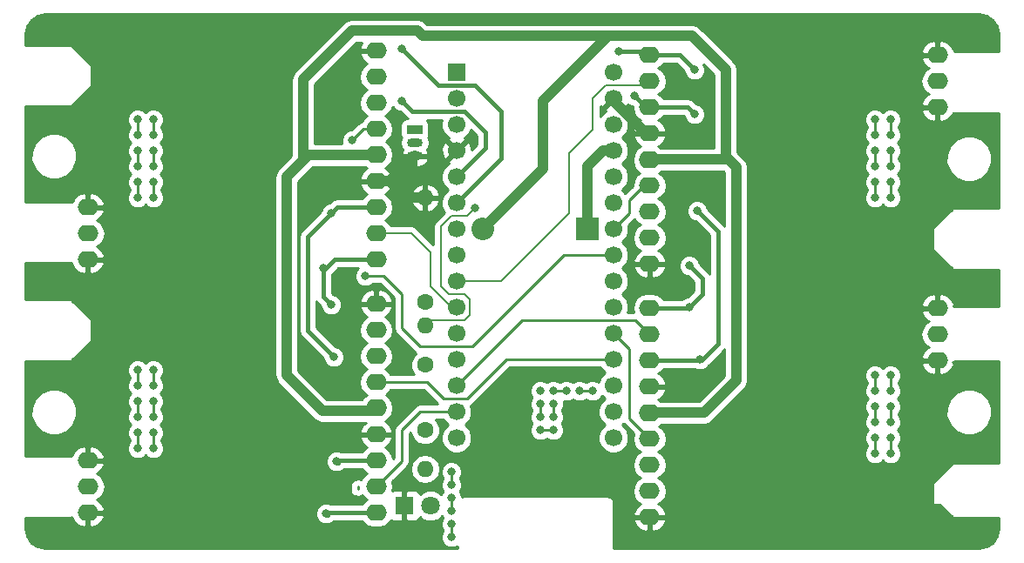
<source format=gtl>
G04 #@! TF.FileFunction,Copper,L1,Top,Signal*
%FSLAX46Y46*%
G04 Gerber Fmt 4.6, Leading zero omitted, Abs format (unit mm)*
G04 Created by KiCad (PCBNEW 4.0.6) date 08/29/17 21:17:03*
%MOMM*%
%LPD*%
G01*
G04 APERTURE LIST*
%ADD10C,0.100000*%
%ADD11R,1.800000X1.800000*%
%ADD12C,1.800000*%
%ADD13R,2.200000X2.200000*%
%ADD14O,2.200000X2.200000*%
%ADD15C,1.600000*%
%ADD16O,1.600000X1.600000*%
%ADD17O,1.500000X0.900000*%
%ADD18R,1.500000X0.900000*%
%ADD19R,1.700000X1.700000*%
%ADD20C,1.700000*%
%ADD21O,2.000000X1.600000*%
%ADD22C,0.800000*%
%ADD23C,0.250000*%
%ADD24C,1.000000*%
%ADD25C,0.400000*%
%ADD26C,0.200000*%
%ADD27C,0.254000*%
G04 APERTURE END LIST*
D10*
D11*
X152400000Y-125984000D03*
D12*
X154940000Y-125984000D03*
D13*
X170180000Y-99060000D03*
D14*
X160020000Y-99060000D03*
D15*
X154432000Y-112268000D03*
D16*
X154432000Y-122428000D03*
D15*
X154432000Y-118618000D03*
D16*
X154432000Y-108458000D03*
D15*
X154432000Y-106172000D03*
D16*
X154432000Y-96012000D03*
D17*
X153416000Y-90678000D03*
X153416000Y-91948000D03*
D18*
X153416000Y-89408000D03*
D19*
X157480000Y-83820000D03*
D20*
X157480000Y-86360000D03*
X157480000Y-88900000D03*
X157480000Y-91440000D03*
X157480000Y-93980000D03*
X157480000Y-96520000D03*
X157480000Y-99060000D03*
X157480000Y-101600000D03*
X157480000Y-104140000D03*
X157480000Y-106680000D03*
X157480000Y-109220000D03*
X157480000Y-111760000D03*
X157480000Y-114300000D03*
X157480000Y-116840000D03*
X157480000Y-119380000D03*
X172720000Y-83820000D03*
X172720000Y-86360000D03*
X172720000Y-88900000D03*
X172720000Y-91440000D03*
X172720000Y-93980000D03*
X172720000Y-96520000D03*
X172720000Y-99060000D03*
X172720000Y-101600000D03*
X172720000Y-104140000D03*
X172720000Y-106680000D03*
X172720000Y-109220000D03*
X172720000Y-111760000D03*
X172720000Y-114300000D03*
X172720000Y-116840000D03*
X172720000Y-119380000D03*
D21*
X176216000Y-82126000D03*
X204216000Y-87206000D03*
X204216000Y-84666000D03*
X204216000Y-82126000D03*
X176216000Y-84666000D03*
X176216000Y-87206000D03*
X176216000Y-89746000D03*
X176216000Y-92286000D03*
X176216000Y-94826000D03*
X176216000Y-97366000D03*
X176216000Y-99906000D03*
X176216000Y-102446000D03*
X149666000Y-126662000D03*
X121666000Y-121582000D03*
X121666000Y-124122000D03*
X121666000Y-126662000D03*
X149666000Y-124122000D03*
X149666000Y-121582000D03*
X149666000Y-119042000D03*
X149666000Y-116502000D03*
X149666000Y-113962000D03*
X149666000Y-111422000D03*
X149666000Y-108882000D03*
X149666000Y-106342000D03*
X176216000Y-106764000D03*
X204216000Y-111844000D03*
X204216000Y-109304000D03*
X204216000Y-106764000D03*
X176216000Y-109304000D03*
X176216000Y-111844000D03*
X176216000Y-114384000D03*
X176216000Y-116924000D03*
X176216000Y-119464000D03*
X176216000Y-122004000D03*
X176216000Y-124544000D03*
X176216000Y-127084000D03*
X176216000Y-117010000D03*
X149666000Y-116416000D03*
X149666000Y-102024000D03*
X121666000Y-96944000D03*
X121666000Y-99484000D03*
X121666000Y-102024000D03*
X149666000Y-99484000D03*
X149666000Y-96944000D03*
X149666000Y-94404000D03*
X149666000Y-91864000D03*
X149666000Y-89324000D03*
X149666000Y-86784000D03*
X149666000Y-84244000D03*
X149666000Y-81704000D03*
X176216000Y-92372000D03*
X149666000Y-91778000D03*
D22*
X199644000Y-88392000D03*
X198120000Y-88392000D03*
X198120000Y-89916000D03*
X198120000Y-91440000D03*
X198120000Y-92964000D03*
X198120000Y-94488000D03*
X198120000Y-96012000D03*
X199644000Y-96012000D03*
X199644000Y-94488000D03*
X199644000Y-92964000D03*
X199644000Y-91440000D03*
X199644000Y-89916000D03*
X199644000Y-113284000D03*
X198120000Y-113284000D03*
X198120000Y-114808000D03*
X198120000Y-116332000D03*
X198120000Y-117856000D03*
X198120000Y-119380000D03*
X198120000Y-120904000D03*
X199644000Y-120904000D03*
X199644000Y-119380000D03*
X199644000Y-117856000D03*
X199644000Y-116332000D03*
X199644000Y-114808000D03*
X126492000Y-88392000D03*
X128016000Y-88392000D03*
X128016000Y-89916000D03*
X128016000Y-91440000D03*
X128016000Y-92964000D03*
X128016000Y-94488000D03*
X128016000Y-96012000D03*
X126492000Y-96012000D03*
X126492000Y-94488000D03*
X126492000Y-92964000D03*
X126492000Y-91440000D03*
X126492000Y-89916000D03*
X126492000Y-112776000D03*
X128016000Y-112776000D03*
X128016000Y-114300000D03*
X128016000Y-115824000D03*
X128016000Y-117348000D03*
X128016000Y-118872000D03*
X128016000Y-120396000D03*
X126492000Y-120396000D03*
X126492000Y-118872000D03*
X126492000Y-117348000D03*
X126492000Y-115824000D03*
X126492000Y-114300000D03*
X156972000Y-122682000D03*
X156972000Y-129032000D03*
X156972000Y-127762000D03*
X156972000Y-126492000D03*
X156972000Y-125222000D03*
X156972000Y-123952000D03*
X170688000Y-114808000D03*
X165608000Y-114808000D03*
X165608000Y-116078000D03*
X165608000Y-117348000D03*
X165608000Y-118618000D03*
X166878000Y-118618000D03*
X166878000Y-117348000D03*
X166878000Y-116078000D03*
X166878000Y-114808000D03*
X168148000Y-114808000D03*
X169418000Y-114808000D03*
X144526000Y-102870000D03*
X145288000Y-106426000D03*
X152146000Y-81534000D03*
X173228000Y-81788000D03*
X180594000Y-83566000D03*
X180086000Y-102616000D03*
X180086000Y-106680000D03*
X144780000Y-126746000D03*
X181102000Y-111760000D03*
X174752000Y-86106000D03*
X152146000Y-86614000D03*
X180594000Y-87884000D03*
X145288000Y-97536000D03*
X180848000Y-97282000D03*
X145796000Y-121666000D03*
X145542000Y-111506000D03*
X159258000Y-97028000D03*
X147320000Y-90424000D03*
X148590000Y-103632000D03*
D23*
X147888000Y-124376000D02*
X147888000Y-124146000D01*
X198120000Y-88392000D02*
X198120000Y-89916000D01*
X198120000Y-92964000D02*
X198120000Y-91440000D01*
X198120000Y-96012000D02*
X198120000Y-94488000D01*
X199644000Y-94488000D02*
X199644000Y-96012000D01*
X199644000Y-91440000D02*
X199644000Y-92964000D01*
X199644000Y-89916000D02*
X199644000Y-88392000D01*
X198120000Y-113284000D02*
X198120000Y-114808000D01*
X198120000Y-117856000D02*
X198120000Y-116332000D01*
X198120000Y-120904000D02*
X198120000Y-119380000D01*
X199644000Y-119380000D02*
X199644000Y-120904000D01*
X199644000Y-116332000D02*
X199644000Y-117856000D01*
X199644000Y-114808000D02*
X199644000Y-113284000D01*
X128016000Y-88392000D02*
X128016000Y-89916000D01*
X128016000Y-92964000D02*
X128016000Y-91440000D01*
X128016000Y-96012000D02*
X128016000Y-94488000D01*
X126492000Y-94488000D02*
X126492000Y-96012000D01*
X126492000Y-91440000D02*
X126492000Y-92964000D01*
X126492000Y-89916000D02*
X126492000Y-88392000D01*
X128016000Y-112776000D02*
X128016000Y-114300000D01*
X128016000Y-117348000D02*
X128016000Y-115824000D01*
X128016000Y-120396000D02*
X128016000Y-118872000D01*
X126492000Y-118872000D02*
X126492000Y-120396000D01*
X126492000Y-115824000D02*
X126492000Y-117348000D01*
X126492000Y-114300000D02*
X126492000Y-112776000D01*
X156972000Y-129032000D02*
X156972000Y-127762000D01*
X156972000Y-125222000D02*
X156972000Y-126492000D01*
X156972000Y-123952000D02*
X156972000Y-122682000D01*
X165608000Y-117348000D02*
X165608000Y-116078000D01*
X166878000Y-118618000D02*
X165608000Y-118618000D01*
X166878000Y-116078000D02*
X166878000Y-117348000D01*
X168148000Y-114808000D02*
X166878000Y-114808000D01*
X169418000Y-114808000D02*
X170688000Y-114808000D01*
D24*
X154432000Y-96012000D02*
X152568000Y-96012000D01*
X152568000Y-96012000D02*
X150960000Y-94404000D01*
X149666000Y-94404000D02*
X150960000Y-94404000D01*
X150960000Y-94404000D02*
X153416000Y-91948000D01*
X172720000Y-86360000D02*
X172720000Y-86614000D01*
X172720000Y-86614000D02*
X175852000Y-89746000D01*
X175852000Y-89746000D02*
X176216000Y-89746000D01*
X146685000Y-80391000D02*
X147320000Y-79756000D01*
X146685000Y-80391000D02*
X142578000Y-84498000D01*
X142578000Y-92372000D02*
X142578000Y-84498000D01*
X154178000Y-80264000D02*
X172212000Y-80264000D01*
X153670000Y-79756000D02*
X154178000Y-80264000D01*
X147320000Y-79756000D02*
X153670000Y-79756000D01*
X149412000Y-116756000D02*
X144442000Y-116756000D01*
X140970000Y-113284000D02*
X144442000Y-116756000D01*
X140970000Y-93980000D02*
X140970000Y-113284000D01*
X142578000Y-92372000D02*
X140970000Y-93980000D01*
X149666000Y-91864000D02*
X143086000Y-91864000D01*
X143086000Y-91864000D02*
X142578000Y-92372000D01*
X176216000Y-116924000D02*
X181526000Y-116924000D01*
X183896000Y-92286000D02*
X176216000Y-92286000D01*
X184658000Y-93048000D02*
X183896000Y-92286000D01*
X184658000Y-113792000D02*
X184658000Y-93048000D01*
X181526000Y-116924000D02*
X184658000Y-113792000D01*
X183642000Y-92032000D02*
X183642000Y-83566000D01*
X183642000Y-83566000D02*
X180340000Y-80264000D01*
X180340000Y-80264000D02*
X172212000Y-80264000D01*
X165862000Y-93218000D02*
X160020000Y-99060000D01*
X172085000Y-80391000D02*
X165862000Y-86614000D01*
X172212000Y-80264000D02*
X172085000Y-80391000D01*
X165862000Y-86614000D02*
X165862000Y-93218000D01*
D25*
X144526000Y-102870000D02*
X144653000Y-102997000D01*
X149666000Y-126662000D02*
X144864000Y-126662000D01*
X144864000Y-126662000D02*
X144780000Y-126746000D01*
X149666000Y-102024000D02*
X145626000Y-102024000D01*
X145626000Y-102024000D02*
X144653000Y-102997000D01*
X144653000Y-102997000D02*
X144526000Y-103124000D01*
X144526000Y-103124000D02*
X144526000Y-105664000D01*
X144526000Y-105664000D02*
X145288000Y-106426000D01*
X157480000Y-96520000D02*
X161798000Y-92202000D01*
X155702000Y-85090000D02*
X152146000Y-81534000D01*
X159258000Y-85090000D02*
X155702000Y-85090000D01*
X161798000Y-87630000D02*
X159258000Y-85090000D01*
X161798000Y-92202000D02*
X161798000Y-87630000D01*
X173228000Y-81788000D02*
X175878000Y-81788000D01*
X176216000Y-82126000D02*
X175878000Y-81788000D01*
X176216000Y-82126000D02*
X179154000Y-82126000D01*
X179154000Y-82126000D02*
X180594000Y-83566000D01*
X181356000Y-105410000D02*
X180086000Y-106680000D01*
X181356000Y-103886000D02*
X181356000Y-105410000D01*
X180086000Y-102616000D02*
X181356000Y-103886000D01*
X180002000Y-106764000D02*
X176216000Y-106764000D01*
X180086000Y-106680000D02*
X180002000Y-106764000D01*
X175514000Y-81788000D02*
X175598000Y-81872000D01*
X144950000Y-126916000D02*
X144780000Y-126746000D01*
D23*
X157480000Y-116840000D02*
X153924000Y-116840000D01*
X152146000Y-121642000D02*
X149666000Y-124122000D01*
X152146000Y-118618000D02*
X152146000Y-121642000D01*
X153924000Y-116840000D02*
X152146000Y-118618000D01*
D25*
X181018000Y-111844000D02*
X176216000Y-111844000D01*
X181102000Y-111760000D02*
X181018000Y-111844000D01*
X149666000Y-121582000D02*
X145880000Y-121582000D01*
X145880000Y-121582000D02*
X145796000Y-121666000D01*
X149666000Y-96944000D02*
X145880000Y-96944000D01*
X145880000Y-96944000D02*
X145288000Y-97536000D01*
X176216000Y-87206000D02*
X175852000Y-87206000D01*
X175852000Y-87206000D02*
X174752000Y-86106000D01*
X157480000Y-93980000D02*
X160274000Y-91186000D01*
X153162000Y-87630000D02*
X152146000Y-86614000D01*
X158242000Y-87630000D02*
X153162000Y-87630000D01*
X160274000Y-89662000D02*
X158242000Y-87630000D01*
X160274000Y-91186000D02*
X160274000Y-89662000D01*
X176216000Y-87206000D02*
X179916000Y-87206000D01*
X179916000Y-87206000D02*
X180594000Y-87884000D01*
X145288000Y-97536000D02*
X145372000Y-97452000D01*
X178248000Y-111844000D02*
X181102000Y-111844000D01*
X181102000Y-111844000D02*
X181272000Y-111844000D01*
X182880000Y-99314000D02*
X180848000Y-97282000D01*
X182880000Y-110236000D02*
X182880000Y-99314000D01*
X181272000Y-111844000D02*
X182880000Y-110236000D01*
X145966000Y-121836000D02*
X145796000Y-121666000D01*
X143002000Y-108966000D02*
X145542000Y-111506000D01*
X143002000Y-99822000D02*
X143002000Y-108966000D01*
X145372000Y-97452000D02*
X143002000Y-99822000D01*
D23*
X149666000Y-113962000D02*
X154602000Y-113962000D01*
X154856000Y-114216000D02*
X156210000Y-115570000D01*
X156210000Y-115570000D02*
X158496000Y-115570000D01*
X158496000Y-115570000D02*
X162306000Y-111760000D01*
X162306000Y-111760000D02*
X172720000Y-111760000D01*
X154602000Y-113962000D02*
X154856000Y-114216000D01*
X172720000Y-109220000D02*
X174244000Y-110744000D01*
X174244000Y-117492000D02*
X176216000Y-119464000D01*
X174244000Y-110744000D02*
X174244000Y-117492000D01*
X157480000Y-114300000D02*
X163830000Y-107950000D01*
X174862000Y-107950000D02*
X176216000Y-109304000D01*
X163830000Y-107950000D02*
X174862000Y-107950000D01*
D24*
X170180000Y-99060000D02*
X170180000Y-92964000D01*
X171704000Y-91440000D02*
X172720000Y-91440000D01*
X170180000Y-92964000D02*
X171704000Y-91440000D01*
D26*
X159258000Y-97028000D02*
X158496000Y-97790000D01*
X158496000Y-97790000D02*
X156972000Y-97790000D01*
X156972000Y-97790000D02*
X155956000Y-98806000D01*
X155956000Y-98806000D02*
X155956000Y-104648000D01*
X155956000Y-104648000D02*
X156718000Y-105410000D01*
X156718000Y-105410000D02*
X158242000Y-105410000D01*
X158242000Y-105410000D02*
X158750000Y-105918000D01*
X158750000Y-105918000D02*
X158750000Y-107442000D01*
X158750000Y-107442000D02*
X158242000Y-107950000D01*
X158242000Y-107950000D02*
X154940000Y-107950000D01*
X154940000Y-107950000D02*
X154432000Y-108458000D01*
X157480000Y-106680000D02*
X156972000Y-106680000D01*
X156972000Y-106680000D02*
X154940000Y-104648000D01*
X154940000Y-104648000D02*
X154940000Y-101346000D01*
X154940000Y-101346000D02*
X153078000Y-99484000D01*
X153078000Y-99484000D02*
X149666000Y-99484000D01*
X157480000Y-104140000D02*
X161798000Y-104140000D01*
X171958000Y-85090000D02*
X175792000Y-85090000D01*
X170688000Y-86360000D02*
X171958000Y-85090000D01*
X170688000Y-89408000D02*
X170688000Y-86360000D01*
X168402000Y-91694000D02*
X170688000Y-89408000D01*
X168402000Y-97536000D02*
X168402000Y-91694000D01*
X161798000Y-104140000D02*
X168402000Y-97536000D01*
X175792000Y-85090000D02*
X176216000Y-84666000D01*
D23*
X172720000Y-99060000D02*
X174244000Y-97536000D01*
X174244000Y-96266000D02*
X175684000Y-94826000D01*
X174244000Y-97536000D02*
X174244000Y-96266000D01*
X175684000Y-94826000D02*
X176216000Y-94826000D01*
X172720000Y-101600000D02*
X167894000Y-101600000D01*
X148420000Y-89324000D02*
X149666000Y-89324000D01*
X147320000Y-90424000D02*
X148420000Y-89324000D01*
X150368000Y-103632000D02*
X148590000Y-103632000D01*
X152146000Y-105410000D02*
X150368000Y-103632000D01*
X152146000Y-108712000D02*
X152146000Y-105410000D01*
X153924000Y-110490000D02*
X152146000Y-108712000D01*
X159004000Y-110490000D02*
X153924000Y-110490000D01*
X167894000Y-101600000D02*
X159004000Y-110490000D01*
D27*
G36*
X208984741Y-78308602D02*
X209582193Y-78707807D01*
X209981398Y-79305257D01*
X210135000Y-80077467D01*
X210135000Y-81788000D01*
X205801839Y-81788000D01*
X205807904Y-81776961D01*
X205797442Y-81719270D01*
X205536637Y-81221576D01*
X205105226Y-80861572D01*
X204568886Y-80694066D01*
X204343000Y-80846529D01*
X204343000Y-81999000D01*
X204363000Y-81999000D01*
X204363000Y-82253000D01*
X204343000Y-82253000D01*
X204343000Y-82273000D01*
X204089000Y-82273000D01*
X204089000Y-82253000D01*
X202746085Y-82253000D01*
X202624096Y-82475039D01*
X202634558Y-82532730D01*
X202895363Y-83030424D01*
X203326774Y-83390428D01*
X203349209Y-83397435D01*
X202969270Y-83651302D01*
X202658201Y-84116849D01*
X202548968Y-84666000D01*
X202658201Y-85215151D01*
X202969270Y-85680698D01*
X203349209Y-85934565D01*
X203326774Y-85941572D01*
X202895363Y-86301576D01*
X202634558Y-86799270D01*
X202624096Y-86856961D01*
X202746085Y-87079000D01*
X204089000Y-87079000D01*
X204089000Y-87059000D01*
X204343000Y-87059000D01*
X204343000Y-87079000D01*
X204363000Y-87079000D01*
X204363000Y-87333000D01*
X204343000Y-87333000D01*
X204343000Y-88485471D01*
X204568886Y-88637934D01*
X205105226Y-88470428D01*
X205536637Y-88110424D01*
X205723583Y-87753675D01*
X205740000Y-87757000D01*
X210135000Y-87757000D01*
X210135000Y-97028000D01*
X205740000Y-97028000D01*
X205692211Y-97037334D01*
X205650197Y-97065197D01*
X203745197Y-98970197D01*
X203718006Y-99010590D01*
X203708000Y-99060000D01*
X203708000Y-100965000D01*
X203717334Y-101012789D01*
X203745197Y-101054803D01*
X205650197Y-102959803D01*
X205690590Y-102986994D01*
X205740000Y-102997000D01*
X210135000Y-102997000D01*
X210135000Y-106553000D01*
X205740000Y-106553000D01*
X205731111Y-106554736D01*
X205807904Y-106414961D01*
X205797442Y-106357270D01*
X205536637Y-105859576D01*
X205105226Y-105499572D01*
X204568886Y-105332066D01*
X204343000Y-105484529D01*
X204343000Y-106637000D01*
X204363000Y-106637000D01*
X204363000Y-106891000D01*
X204343000Y-106891000D01*
X204343000Y-106911000D01*
X204089000Y-106911000D01*
X204089000Y-106891000D01*
X202746085Y-106891000D01*
X202624096Y-107113039D01*
X202634558Y-107170730D01*
X202895363Y-107668424D01*
X203326774Y-108028428D01*
X203349209Y-108035435D01*
X202969270Y-108289302D01*
X202658201Y-108754849D01*
X202548968Y-109304000D01*
X202658201Y-109853151D01*
X202969270Y-110318698D01*
X203349209Y-110572565D01*
X203326774Y-110579572D01*
X202895363Y-110939576D01*
X202634558Y-111437270D01*
X202624096Y-111494961D01*
X202746085Y-111717000D01*
X204089000Y-111717000D01*
X204089000Y-111697000D01*
X204343000Y-111697000D01*
X204343000Y-111717000D01*
X204363000Y-111717000D01*
X204363000Y-111971000D01*
X204343000Y-111971000D01*
X204343000Y-113123471D01*
X204568886Y-113275934D01*
X205105226Y-113108428D01*
X205536637Y-112748424D01*
X205797442Y-112250730D01*
X205807904Y-112193039D01*
X205685916Y-111971002D01*
X205851000Y-111971002D01*
X205851000Y-111887000D01*
X210135000Y-111887000D01*
X210135000Y-121793000D01*
X205740000Y-121793000D01*
X205692211Y-121802334D01*
X205650197Y-121830197D01*
X203745197Y-123735197D01*
X203718006Y-123775590D01*
X203708000Y-123825000D01*
X203708000Y-125730000D01*
X203716685Y-125776159D01*
X203743965Y-125818553D01*
X203785590Y-125846994D01*
X203835000Y-125857000D01*
X204417394Y-125857000D01*
X205650197Y-127089803D01*
X205690590Y-127116994D01*
X205740000Y-127127000D01*
X210135000Y-127127000D01*
X210135000Y-128202533D01*
X209981398Y-128974743D01*
X209582193Y-129572193D01*
X208984741Y-129971398D01*
X208212533Y-130125000D01*
X172770000Y-130125000D01*
X172770000Y-127433039D01*
X174624096Y-127433039D01*
X174634558Y-127490730D01*
X174895363Y-127988424D01*
X175326774Y-128348428D01*
X175863114Y-128515934D01*
X176089000Y-128363471D01*
X176089000Y-127211000D01*
X176343000Y-127211000D01*
X176343000Y-128363471D01*
X176568886Y-128515934D01*
X177105226Y-128348428D01*
X177536637Y-127988424D01*
X177797442Y-127490730D01*
X177807904Y-127433039D01*
X177685915Y-127211000D01*
X176343000Y-127211000D01*
X176089000Y-127211000D01*
X174746085Y-127211000D01*
X174624096Y-127433039D01*
X172770000Y-127433039D01*
X172770000Y-125730000D01*
X172717857Y-125467862D01*
X172569368Y-125245632D01*
X172347138Y-125097143D01*
X172085000Y-125045000D01*
X158242000Y-125045000D01*
X158007114Y-125091722D01*
X158007179Y-125017029D01*
X157849942Y-124636485D01*
X157800712Y-124587169D01*
X157848919Y-124539046D01*
X158006820Y-124158777D01*
X158007179Y-123747029D01*
X157849942Y-123366485D01*
X157800712Y-123317169D01*
X157848919Y-123269046D01*
X158006820Y-122888777D01*
X158007179Y-122477029D01*
X157849942Y-122096485D01*
X157559046Y-121805081D01*
X157178777Y-121647180D01*
X156767029Y-121646821D01*
X156386485Y-121804058D01*
X156095081Y-122094954D01*
X155937180Y-122475223D01*
X155936821Y-122886971D01*
X156094058Y-123267515D01*
X156143288Y-123316831D01*
X156095081Y-123364954D01*
X155937180Y-123745223D01*
X155936821Y-124156971D01*
X156094058Y-124537515D01*
X156143288Y-124586831D01*
X156095081Y-124634954D01*
X155997301Y-124870434D01*
X155810643Y-124683449D01*
X155246670Y-124449267D01*
X154636009Y-124448735D01*
X154071629Y-124681932D01*
X153894159Y-124859092D01*
X153838327Y-124724301D01*
X153659698Y-124545673D01*
X153426309Y-124449000D01*
X152685750Y-124449000D01*
X152527000Y-124607750D01*
X152527000Y-125857000D01*
X152547000Y-125857000D01*
X152547000Y-126111000D01*
X152527000Y-126111000D01*
X152527000Y-127360250D01*
X152685750Y-127519000D01*
X153426309Y-127519000D01*
X153659698Y-127422327D01*
X153838327Y-127243699D01*
X153894119Y-127109006D01*
X154069357Y-127284551D01*
X154633330Y-127518733D01*
X155243991Y-127519265D01*
X155808371Y-127286068D01*
X156071640Y-127023259D01*
X156094058Y-127077515D01*
X156143288Y-127126831D01*
X156095081Y-127174954D01*
X155937180Y-127555223D01*
X155936821Y-127966971D01*
X156094058Y-128347515D01*
X156143288Y-128396831D01*
X156095081Y-128444954D01*
X155937180Y-128825223D01*
X155936821Y-129236971D01*
X156094058Y-129617515D01*
X156384954Y-129908919D01*
X156765223Y-130066820D01*
X157176971Y-130067179D01*
X157557000Y-129910155D01*
X157557000Y-130125000D01*
X117542467Y-130125000D01*
X116770257Y-129971398D01*
X116172807Y-129572193D01*
X115773602Y-128974741D01*
X115620000Y-128202533D01*
X115620000Y-127127000D01*
X120015000Y-127127000D01*
X120062789Y-127117666D01*
X120097974Y-127094332D01*
X120345363Y-127566424D01*
X120776774Y-127926428D01*
X121313114Y-128093934D01*
X121539000Y-127941471D01*
X121539000Y-126789000D01*
X121793000Y-126789000D01*
X121793000Y-127941471D01*
X122018886Y-128093934D01*
X122555226Y-127926428D01*
X122986637Y-127566424D01*
X123247442Y-127068730D01*
X123257904Y-127011039D01*
X123135915Y-126789000D01*
X121793000Y-126789000D01*
X121539000Y-126789000D01*
X121519000Y-126789000D01*
X121519000Y-126535000D01*
X121539000Y-126535000D01*
X121539000Y-126515000D01*
X121793000Y-126515000D01*
X121793000Y-126535000D01*
X123135915Y-126535000D01*
X123257904Y-126312961D01*
X123247442Y-126255270D01*
X122986637Y-125757576D01*
X122555226Y-125397572D01*
X122532791Y-125390565D01*
X122912730Y-125136698D01*
X123223799Y-124671151D01*
X123333032Y-124122000D01*
X123223799Y-123572849D01*
X122912730Y-123107302D01*
X122532791Y-122853435D01*
X122555226Y-122846428D01*
X122986637Y-122486424D01*
X123247442Y-121988730D01*
X123257904Y-121931039D01*
X123135915Y-121709000D01*
X121793000Y-121709000D01*
X121793000Y-121729000D01*
X121539000Y-121729000D01*
X121539000Y-121709000D01*
X121519000Y-121709000D01*
X121519000Y-121455000D01*
X121539000Y-121455000D01*
X121539000Y-120302529D01*
X121793000Y-120302529D01*
X121793000Y-121455000D01*
X123135915Y-121455000D01*
X123257904Y-121232961D01*
X123247442Y-121175270D01*
X122986637Y-120677576D01*
X122555226Y-120317572D01*
X122018886Y-120150066D01*
X121793000Y-120302529D01*
X121539000Y-120302529D01*
X121313114Y-120150066D01*
X120776774Y-120317572D01*
X120345363Y-120677576D01*
X120084558Y-121175270D01*
X120083540Y-121180884D01*
X120064410Y-121168006D01*
X120015000Y-121158000D01*
X115620000Y-121158000D01*
X115620000Y-117282619D01*
X116128613Y-117282619D01*
X116468155Y-118104372D01*
X117096321Y-118733636D01*
X117917481Y-119074611D01*
X118806619Y-119075387D01*
X119628372Y-118735845D01*
X120257636Y-118107679D01*
X120598611Y-117286519D01*
X120599387Y-116397381D01*
X120259845Y-115575628D01*
X119631679Y-114946364D01*
X118810519Y-114605389D01*
X117921381Y-114604613D01*
X117099628Y-114944155D01*
X116470364Y-115572321D01*
X116129389Y-116393481D01*
X116128613Y-117282619D01*
X115620000Y-117282619D01*
X115620000Y-112980971D01*
X125456821Y-112980971D01*
X125614058Y-113361515D01*
X125732000Y-113479663D01*
X125732000Y-113596239D01*
X125615081Y-113712954D01*
X125457180Y-114093223D01*
X125456821Y-114504971D01*
X125614058Y-114885515D01*
X125790288Y-115062053D01*
X125615081Y-115236954D01*
X125457180Y-115617223D01*
X125456821Y-116028971D01*
X125614058Y-116409515D01*
X125732000Y-116527663D01*
X125732000Y-116644239D01*
X125615081Y-116760954D01*
X125457180Y-117141223D01*
X125456821Y-117552971D01*
X125614058Y-117933515D01*
X125790288Y-118110053D01*
X125615081Y-118284954D01*
X125457180Y-118665223D01*
X125456821Y-119076971D01*
X125614058Y-119457515D01*
X125732000Y-119575663D01*
X125732000Y-119692239D01*
X125615081Y-119808954D01*
X125457180Y-120189223D01*
X125456821Y-120600971D01*
X125614058Y-120981515D01*
X125904954Y-121272919D01*
X126285223Y-121430820D01*
X126696971Y-121431179D01*
X127077515Y-121273942D01*
X127254053Y-121097712D01*
X127428954Y-121272919D01*
X127809223Y-121430820D01*
X128220971Y-121431179D01*
X128601515Y-121273942D01*
X128892919Y-120983046D01*
X129050820Y-120602777D01*
X129051179Y-120191029D01*
X128893942Y-119810485D01*
X128776000Y-119692337D01*
X128776000Y-119575761D01*
X128892919Y-119459046D01*
X129050820Y-119078777D01*
X129051179Y-118667029D01*
X128893942Y-118286485D01*
X128717712Y-118109947D01*
X128892919Y-117935046D01*
X129050820Y-117554777D01*
X129051179Y-117143029D01*
X128893942Y-116762485D01*
X128776000Y-116644337D01*
X128776000Y-116527761D01*
X128892919Y-116411046D01*
X129050820Y-116030777D01*
X129051179Y-115619029D01*
X128893942Y-115238485D01*
X128717712Y-115061947D01*
X128892919Y-114887046D01*
X129050820Y-114506777D01*
X129051179Y-114095029D01*
X128893942Y-113714485D01*
X128776000Y-113596337D01*
X128776000Y-113479761D01*
X128892919Y-113363046D01*
X129050820Y-112982777D01*
X129051179Y-112571029D01*
X128893942Y-112190485D01*
X128603046Y-111899081D01*
X128222777Y-111741180D01*
X127811029Y-111740821D01*
X127430485Y-111898058D01*
X127253947Y-112074288D01*
X127079046Y-111899081D01*
X126698777Y-111741180D01*
X126287029Y-111740821D01*
X125906485Y-111898058D01*
X125615081Y-112188954D01*
X125457180Y-112569223D01*
X125456821Y-112980971D01*
X115620000Y-112980971D01*
X115620000Y-111887000D01*
X120015000Y-111887000D01*
X120062789Y-111877666D01*
X120104803Y-111849803D01*
X122009803Y-109944803D01*
X122036994Y-109904410D01*
X122047000Y-109855000D01*
X122047000Y-107950000D01*
X122037666Y-107902211D01*
X122009803Y-107860197D01*
X120104803Y-105955197D01*
X120064410Y-105928006D01*
X120015000Y-105918000D01*
X115620000Y-105918000D01*
X115620000Y-102362000D01*
X120015000Y-102362000D01*
X120062789Y-102352666D01*
X120098186Y-102329191D01*
X120074096Y-102373039D01*
X120084558Y-102430730D01*
X120345363Y-102928424D01*
X120776774Y-103288428D01*
X121313114Y-103455934D01*
X121539000Y-103303471D01*
X121539000Y-102151000D01*
X121793000Y-102151000D01*
X121793000Y-103303471D01*
X122018886Y-103455934D01*
X122555226Y-103288428D01*
X122986637Y-102928424D01*
X123247442Y-102430730D01*
X123257904Y-102373039D01*
X123135915Y-102151000D01*
X121793000Y-102151000D01*
X121539000Y-102151000D01*
X121519000Y-102151000D01*
X121519000Y-101897000D01*
X121539000Y-101897000D01*
X121539000Y-101877000D01*
X121793000Y-101877000D01*
X121793000Y-101897000D01*
X123135915Y-101897000D01*
X123257904Y-101674961D01*
X123247442Y-101617270D01*
X122986637Y-101119576D01*
X122555226Y-100759572D01*
X122532791Y-100752565D01*
X122912730Y-100498698D01*
X123223799Y-100033151D01*
X123333032Y-99484000D01*
X123223799Y-98934849D01*
X122912730Y-98469302D01*
X122532791Y-98215435D01*
X122555226Y-98208428D01*
X122986637Y-97848424D01*
X123247442Y-97350730D01*
X123257904Y-97293039D01*
X123135915Y-97071000D01*
X121793000Y-97071000D01*
X121793000Y-97091000D01*
X121539000Y-97091000D01*
X121539000Y-97071000D01*
X121519000Y-97071000D01*
X121519000Y-96817000D01*
X121539000Y-96817000D01*
X121539000Y-95664529D01*
X121793000Y-95664529D01*
X121793000Y-96817000D01*
X123135915Y-96817000D01*
X123257904Y-96594961D01*
X123247442Y-96537270D01*
X122986637Y-96039576D01*
X122555226Y-95679572D01*
X122018886Y-95512066D01*
X121793000Y-95664529D01*
X121539000Y-95664529D01*
X121313114Y-95512066D01*
X120776774Y-95679572D01*
X120345363Y-96039576D01*
X120128335Y-96453729D01*
X120104803Y-96430197D01*
X120064410Y-96403006D01*
X120015000Y-96393000D01*
X115620000Y-96393000D01*
X115620000Y-92390619D01*
X116128613Y-92390619D01*
X116468155Y-93212372D01*
X117096321Y-93841636D01*
X117917481Y-94182611D01*
X118806619Y-94183387D01*
X119628372Y-93843845D01*
X120257636Y-93215679D01*
X120598611Y-92394519D01*
X120599387Y-91505381D01*
X120259845Y-90683628D01*
X119631679Y-90054364D01*
X118810519Y-89713389D01*
X117921381Y-89712613D01*
X117099628Y-90052155D01*
X116470364Y-90680321D01*
X116129389Y-91501481D01*
X116128613Y-92390619D01*
X115620000Y-92390619D01*
X115620000Y-88596971D01*
X125456821Y-88596971D01*
X125614058Y-88977515D01*
X125732000Y-89095663D01*
X125732000Y-89212239D01*
X125615081Y-89328954D01*
X125457180Y-89709223D01*
X125456821Y-90120971D01*
X125614058Y-90501515D01*
X125790288Y-90678053D01*
X125615081Y-90852954D01*
X125457180Y-91233223D01*
X125456821Y-91644971D01*
X125614058Y-92025515D01*
X125732000Y-92143663D01*
X125732000Y-92260239D01*
X125615081Y-92376954D01*
X125457180Y-92757223D01*
X125456821Y-93168971D01*
X125614058Y-93549515D01*
X125790288Y-93726053D01*
X125615081Y-93900954D01*
X125457180Y-94281223D01*
X125456821Y-94692971D01*
X125614058Y-95073515D01*
X125732000Y-95191663D01*
X125732000Y-95308239D01*
X125615081Y-95424954D01*
X125457180Y-95805223D01*
X125456821Y-96216971D01*
X125614058Y-96597515D01*
X125904954Y-96888919D01*
X126285223Y-97046820D01*
X126696971Y-97047179D01*
X127077515Y-96889942D01*
X127254053Y-96713712D01*
X127428954Y-96888919D01*
X127809223Y-97046820D01*
X128220971Y-97047179D01*
X128601515Y-96889942D01*
X128892919Y-96599046D01*
X129050820Y-96218777D01*
X129051179Y-95807029D01*
X128893942Y-95426485D01*
X128776000Y-95308337D01*
X128776000Y-95191761D01*
X128892919Y-95075046D01*
X129050820Y-94694777D01*
X129051179Y-94283029D01*
X128925971Y-93980000D01*
X139835000Y-93980000D01*
X139835000Y-113284000D01*
X139921397Y-113718346D01*
X140022405Y-113869515D01*
X140167434Y-114086566D01*
X143639433Y-117558566D01*
X143913613Y-117741767D01*
X144007654Y-117804603D01*
X144442000Y-117891000D01*
X148640847Y-117891000D01*
X148345363Y-118137576D01*
X148084558Y-118635270D01*
X148074096Y-118692961D01*
X148196085Y-118915000D01*
X149539000Y-118915000D01*
X149539000Y-118895000D01*
X149793000Y-118895000D01*
X149793000Y-118915000D01*
X151135915Y-118915000D01*
X151257904Y-118692961D01*
X151247442Y-118635270D01*
X150986637Y-118137576D01*
X150555226Y-117777572D01*
X150532791Y-117770565D01*
X150912730Y-117516698D01*
X151223799Y-117051151D01*
X151333032Y-116502000D01*
X151324479Y-116459000D01*
X151333032Y-116416000D01*
X151223799Y-115866849D01*
X150912730Y-115401302D01*
X150594998Y-115189000D01*
X150912730Y-114976698D01*
X151082914Y-114722000D01*
X154287198Y-114722000D01*
X155645198Y-116080000D01*
X153924000Y-116080000D01*
X153633161Y-116137852D01*
X153386599Y-116302599D01*
X151608599Y-118080599D01*
X151443852Y-118327161D01*
X151386000Y-118618000D01*
X151386000Y-121327198D01*
X151299546Y-121413652D01*
X151223799Y-121032849D01*
X150912730Y-120567302D01*
X150532791Y-120313435D01*
X150555226Y-120306428D01*
X150986637Y-119946424D01*
X151247442Y-119448730D01*
X151257904Y-119391039D01*
X151135915Y-119169000D01*
X149793000Y-119169000D01*
X149793000Y-119189000D01*
X149539000Y-119189000D01*
X149539000Y-119169000D01*
X148196085Y-119169000D01*
X148074096Y-119391039D01*
X148084558Y-119448730D01*
X148345363Y-119946424D01*
X148776774Y-120306428D01*
X148799209Y-120313435D01*
X148419270Y-120567302D01*
X148299199Y-120747000D01*
X146281703Y-120747000D01*
X146002777Y-120631180D01*
X145591029Y-120630821D01*
X145210485Y-120788058D01*
X144919081Y-121078954D01*
X144761180Y-121459223D01*
X144760821Y-121870971D01*
X144918058Y-122251515D01*
X145208954Y-122542919D01*
X145589223Y-122700820D01*
X146000971Y-122701179D01*
X146174277Y-122629571D01*
X146285540Y-122607439D01*
X146379039Y-122544965D01*
X146381515Y-122543942D01*
X146383427Y-122542033D01*
X146556434Y-122426434D01*
X146562738Y-122417000D01*
X148299199Y-122417000D01*
X148419270Y-122596698D01*
X148801356Y-122852000D01*
X148419270Y-123107302D01*
X148189593Y-123451038D01*
X148178839Y-123443852D01*
X147888000Y-123386000D01*
X147597161Y-123443852D01*
X147350599Y-123608599D01*
X147185852Y-123855161D01*
X147128000Y-124146000D01*
X147128000Y-124376000D01*
X147185852Y-124666839D01*
X147350599Y-124913401D01*
X147597161Y-125078148D01*
X147888000Y-125136000D01*
X148178839Y-125078148D01*
X148318012Y-124985156D01*
X148419270Y-125136698D01*
X148801356Y-125392000D01*
X148419270Y-125647302D01*
X148299199Y-125827000D01*
X145265703Y-125827000D01*
X144986777Y-125711180D01*
X144575029Y-125710821D01*
X144194485Y-125868058D01*
X143903081Y-126158954D01*
X143745180Y-126539223D01*
X143744821Y-126950971D01*
X143902058Y-127331515D01*
X144192954Y-127622919D01*
X144573223Y-127780820D01*
X144984971Y-127781179D01*
X145158277Y-127709571D01*
X145269540Y-127687439D01*
X145363039Y-127624965D01*
X145365515Y-127623942D01*
X145367427Y-127622033D01*
X145540434Y-127506434D01*
X145546738Y-127497000D01*
X148299199Y-127497000D01*
X148419270Y-127676698D01*
X148884817Y-127987767D01*
X149433968Y-128097000D01*
X149898032Y-128097000D01*
X150447183Y-127987767D01*
X150912730Y-127676698D01*
X151105769Y-127387795D01*
X151140302Y-127422327D01*
X151373691Y-127519000D01*
X152114250Y-127519000D01*
X152273000Y-127360250D01*
X152273000Y-126111000D01*
X152253000Y-126111000D01*
X152253000Y-125857000D01*
X152273000Y-125857000D01*
X152273000Y-124607750D01*
X152114250Y-124449000D01*
X151373691Y-124449000D01*
X151258496Y-124496715D01*
X151333032Y-124122000D01*
X151234775Y-123628027D01*
X152462915Y-122399887D01*
X152997000Y-122399887D01*
X152997000Y-122456113D01*
X153106233Y-123005264D01*
X153417302Y-123470811D01*
X153882849Y-123781880D01*
X154432000Y-123891113D01*
X154981151Y-123781880D01*
X155446698Y-123470811D01*
X155757767Y-123005264D01*
X155867000Y-122456113D01*
X155867000Y-122399887D01*
X155757767Y-121850736D01*
X155446698Y-121385189D01*
X154981151Y-121074120D01*
X154432000Y-120964887D01*
X153882849Y-121074120D01*
X153417302Y-121385189D01*
X153106233Y-121850736D01*
X152997000Y-122399887D01*
X152462915Y-122399887D01*
X152683401Y-122179401D01*
X152848148Y-121932839D01*
X152906000Y-121642000D01*
X152906000Y-118932802D01*
X152996805Y-118841997D01*
X152996752Y-118902187D01*
X153214757Y-119429800D01*
X153618077Y-119833824D01*
X154145309Y-120052750D01*
X154716187Y-120053248D01*
X155243800Y-119835243D01*
X155647824Y-119431923D01*
X155866750Y-118904691D01*
X155867248Y-118333813D01*
X155649243Y-117806200D01*
X155443402Y-117600000D01*
X156187253Y-117600000D01*
X156220344Y-117680086D01*
X156637717Y-118098188D01*
X156665557Y-118109748D01*
X156639914Y-118120344D01*
X156221812Y-118537717D01*
X155995258Y-119083319D01*
X155994743Y-119674089D01*
X156220344Y-120220086D01*
X156637717Y-120638188D01*
X157183319Y-120864742D01*
X157774089Y-120865257D01*
X158320086Y-120639656D01*
X158738188Y-120222283D01*
X158964742Y-119676681D01*
X158965257Y-119085911D01*
X158739656Y-118539914D01*
X158322283Y-118121812D01*
X158294443Y-118110252D01*
X158320086Y-118099656D01*
X158738188Y-117682283D01*
X158964742Y-117136681D01*
X158965257Y-116545911D01*
X158838012Y-116237955D01*
X159033401Y-116107401D01*
X162620802Y-112520000D01*
X171427253Y-112520000D01*
X171460344Y-112600086D01*
X171877717Y-113018188D01*
X171905557Y-113029748D01*
X171879914Y-113040344D01*
X171461812Y-113457717D01*
X171266694Y-113927613D01*
X170894777Y-113773180D01*
X170483029Y-113772821D01*
X170102485Y-113930058D01*
X170053169Y-113979288D01*
X170005046Y-113931081D01*
X169624777Y-113773180D01*
X169213029Y-113772821D01*
X168832485Y-113930058D01*
X168783169Y-113979288D01*
X168735046Y-113931081D01*
X168354777Y-113773180D01*
X167943029Y-113772821D01*
X167562485Y-113930058D01*
X167513169Y-113979288D01*
X167465046Y-113931081D01*
X167084777Y-113773180D01*
X166673029Y-113772821D01*
X166292485Y-113930058D01*
X166243169Y-113979288D01*
X166195046Y-113931081D01*
X165814777Y-113773180D01*
X165403029Y-113772821D01*
X165022485Y-113930058D01*
X164731081Y-114220954D01*
X164573180Y-114601223D01*
X164572821Y-115012971D01*
X164730058Y-115393515D01*
X164779288Y-115442831D01*
X164731081Y-115490954D01*
X164573180Y-115871223D01*
X164572821Y-116282971D01*
X164730058Y-116663515D01*
X164779288Y-116712831D01*
X164731081Y-116760954D01*
X164573180Y-117141223D01*
X164572821Y-117552971D01*
X164730058Y-117933515D01*
X164779288Y-117982831D01*
X164731081Y-118030954D01*
X164573180Y-118411223D01*
X164572821Y-118822971D01*
X164730058Y-119203515D01*
X165020954Y-119494919D01*
X165401223Y-119652820D01*
X165812971Y-119653179D01*
X166193515Y-119495942D01*
X166242831Y-119446712D01*
X166290954Y-119494919D01*
X166671223Y-119652820D01*
X167082971Y-119653179D01*
X167463515Y-119495942D01*
X167754919Y-119205046D01*
X167912820Y-118824777D01*
X167913179Y-118413029D01*
X167755942Y-118032485D01*
X167706712Y-117983169D01*
X167754919Y-117935046D01*
X167912820Y-117554777D01*
X167913179Y-117143029D01*
X167755942Y-116762485D01*
X167706712Y-116713169D01*
X167754919Y-116665046D01*
X167912820Y-116284777D01*
X167913179Y-115873029D01*
X167892304Y-115822507D01*
X167941223Y-115842820D01*
X168352971Y-115843179D01*
X168733515Y-115685942D01*
X168782831Y-115636712D01*
X168830954Y-115684919D01*
X169211223Y-115842820D01*
X169622971Y-115843179D01*
X170003515Y-115685942D01*
X170052831Y-115636712D01*
X170100954Y-115684919D01*
X170481223Y-115842820D01*
X170892971Y-115843179D01*
X171273515Y-115685942D01*
X171564919Y-115395046D01*
X171608966Y-115288968D01*
X171877717Y-115558188D01*
X171905557Y-115569748D01*
X171879914Y-115580344D01*
X171461812Y-115997717D01*
X171235258Y-116543319D01*
X171234743Y-117134089D01*
X171460344Y-117680086D01*
X171877717Y-118098188D01*
X171905557Y-118109748D01*
X171879914Y-118120344D01*
X171461812Y-118537717D01*
X171235258Y-119083319D01*
X171234743Y-119674089D01*
X171460344Y-120220086D01*
X171877717Y-120638188D01*
X172423319Y-120864742D01*
X173014089Y-120865257D01*
X173560086Y-120639656D01*
X173978188Y-120222283D01*
X174204742Y-119676681D01*
X174205257Y-119085911D01*
X173979656Y-118539914D01*
X173562283Y-118121812D01*
X173534443Y-118110252D01*
X173560086Y-118099656D01*
X173676135Y-117983809D01*
X173706599Y-118029401D01*
X174647225Y-118970027D01*
X174548968Y-119464000D01*
X174658201Y-120013151D01*
X174969270Y-120478698D01*
X175351356Y-120734000D01*
X174969270Y-120989302D01*
X174658201Y-121454849D01*
X174548968Y-122004000D01*
X174658201Y-122553151D01*
X174969270Y-123018698D01*
X175351356Y-123274000D01*
X174969270Y-123529302D01*
X174658201Y-123994849D01*
X174548968Y-124544000D01*
X174658201Y-125093151D01*
X174969270Y-125558698D01*
X175349209Y-125812565D01*
X175326774Y-125819572D01*
X174895363Y-126179576D01*
X174634558Y-126677270D01*
X174624096Y-126734961D01*
X174746085Y-126957000D01*
X176089000Y-126957000D01*
X176089000Y-126937000D01*
X176343000Y-126937000D01*
X176343000Y-126957000D01*
X177685915Y-126957000D01*
X177807904Y-126734961D01*
X177797442Y-126677270D01*
X177536637Y-126179576D01*
X177105226Y-125819572D01*
X177082791Y-125812565D01*
X177462730Y-125558698D01*
X177773799Y-125093151D01*
X177883032Y-124544000D01*
X177773799Y-123994849D01*
X177462730Y-123529302D01*
X177080644Y-123274000D01*
X177462730Y-123018698D01*
X177773799Y-122553151D01*
X177883032Y-122004000D01*
X177773799Y-121454849D01*
X177462730Y-120989302D01*
X177080644Y-120734000D01*
X177462730Y-120478698D01*
X177773799Y-120013151D01*
X177883032Y-119464000D01*
X177773799Y-118914849D01*
X177462730Y-118449302D01*
X177144998Y-118237000D01*
X177411394Y-118059000D01*
X181526000Y-118059000D01*
X181960346Y-117972603D01*
X182328566Y-117726566D01*
X185460566Y-114594566D01*
X185519225Y-114506777D01*
X185706603Y-114226346D01*
X185793000Y-113792000D01*
X185793000Y-113488971D01*
X197084821Y-113488971D01*
X197242058Y-113869515D01*
X197360000Y-113987663D01*
X197360000Y-114104239D01*
X197243081Y-114220954D01*
X197085180Y-114601223D01*
X197084821Y-115012971D01*
X197242058Y-115393515D01*
X197418288Y-115570053D01*
X197243081Y-115744954D01*
X197085180Y-116125223D01*
X197084821Y-116536971D01*
X197242058Y-116917515D01*
X197360000Y-117035663D01*
X197360000Y-117152239D01*
X197243081Y-117268954D01*
X197085180Y-117649223D01*
X197084821Y-118060971D01*
X197242058Y-118441515D01*
X197418288Y-118618053D01*
X197243081Y-118792954D01*
X197085180Y-119173223D01*
X197084821Y-119584971D01*
X197242058Y-119965515D01*
X197360000Y-120083663D01*
X197360000Y-120200239D01*
X197243081Y-120316954D01*
X197085180Y-120697223D01*
X197084821Y-121108971D01*
X197242058Y-121489515D01*
X197532954Y-121780919D01*
X197913223Y-121938820D01*
X198324971Y-121939179D01*
X198705515Y-121781942D01*
X198882053Y-121605712D01*
X199056954Y-121780919D01*
X199437223Y-121938820D01*
X199848971Y-121939179D01*
X200229515Y-121781942D01*
X200520919Y-121491046D01*
X200678820Y-121110777D01*
X200679179Y-120699029D01*
X200521942Y-120318485D01*
X200404000Y-120200337D01*
X200404000Y-120083761D01*
X200520919Y-119967046D01*
X200678820Y-119586777D01*
X200679179Y-119175029D01*
X200521942Y-118794485D01*
X200345712Y-118617947D01*
X200520919Y-118443046D01*
X200678820Y-118062777D01*
X200679179Y-117651029D01*
X200526956Y-117282619D01*
X205028613Y-117282619D01*
X205368155Y-118104372D01*
X205996321Y-118733636D01*
X206817481Y-119074611D01*
X207706619Y-119075387D01*
X208528372Y-118735845D01*
X209157636Y-118107679D01*
X209498611Y-117286519D01*
X209499387Y-116397381D01*
X209159845Y-115575628D01*
X208531679Y-114946364D01*
X207710519Y-114605389D01*
X206821381Y-114604613D01*
X205999628Y-114944155D01*
X205370364Y-115572321D01*
X205029389Y-116393481D01*
X205028613Y-117282619D01*
X200526956Y-117282619D01*
X200521942Y-117270485D01*
X200404000Y-117152337D01*
X200404000Y-117035761D01*
X200520919Y-116919046D01*
X200678820Y-116538777D01*
X200679179Y-116127029D01*
X200521942Y-115746485D01*
X200345712Y-115569947D01*
X200520919Y-115395046D01*
X200678820Y-115014777D01*
X200679179Y-114603029D01*
X200521942Y-114222485D01*
X200404000Y-114104337D01*
X200404000Y-113987761D01*
X200520919Y-113871046D01*
X200678820Y-113490777D01*
X200679179Y-113079029D01*
X200521942Y-112698485D01*
X200231046Y-112407081D01*
X199850777Y-112249180D01*
X199439029Y-112248821D01*
X199058485Y-112406058D01*
X198881947Y-112582288D01*
X198707046Y-112407081D01*
X198326777Y-112249180D01*
X197915029Y-112248821D01*
X197534485Y-112406058D01*
X197243081Y-112696954D01*
X197085180Y-113077223D01*
X197084821Y-113488971D01*
X185793000Y-113488971D01*
X185793000Y-112193039D01*
X202624096Y-112193039D01*
X202634558Y-112250730D01*
X202895363Y-112748424D01*
X203326774Y-113108428D01*
X203863114Y-113275934D01*
X204089000Y-113123471D01*
X204089000Y-111971000D01*
X202746085Y-111971000D01*
X202624096Y-112193039D01*
X185793000Y-112193039D01*
X185793000Y-106414961D01*
X202624096Y-106414961D01*
X202746085Y-106637000D01*
X204089000Y-106637000D01*
X204089000Y-105484529D01*
X203863114Y-105332066D01*
X203326774Y-105499572D01*
X202895363Y-105859576D01*
X202634558Y-106357270D01*
X202624096Y-106414961D01*
X185793000Y-106414961D01*
X185793000Y-93048000D01*
X185706603Y-92613654D01*
X185460566Y-92245434D01*
X184777000Y-91561868D01*
X184777000Y-88596971D01*
X197084821Y-88596971D01*
X197242058Y-88977515D01*
X197360000Y-89095663D01*
X197360000Y-89212239D01*
X197243081Y-89328954D01*
X197085180Y-89709223D01*
X197084821Y-90120971D01*
X197242058Y-90501515D01*
X197418288Y-90678053D01*
X197243081Y-90852954D01*
X197085180Y-91233223D01*
X197084821Y-91644971D01*
X197242058Y-92025515D01*
X197360000Y-92143663D01*
X197360000Y-92260239D01*
X197243081Y-92376954D01*
X197085180Y-92757223D01*
X197084821Y-93168971D01*
X197242058Y-93549515D01*
X197418288Y-93726053D01*
X197243081Y-93900954D01*
X197085180Y-94281223D01*
X197084821Y-94692971D01*
X197242058Y-95073515D01*
X197360000Y-95191663D01*
X197360000Y-95308239D01*
X197243081Y-95424954D01*
X197085180Y-95805223D01*
X197084821Y-96216971D01*
X197242058Y-96597515D01*
X197532954Y-96888919D01*
X197913223Y-97046820D01*
X198324971Y-97047179D01*
X198705515Y-96889942D01*
X198882053Y-96713712D01*
X199056954Y-96888919D01*
X199437223Y-97046820D01*
X199848971Y-97047179D01*
X200229515Y-96889942D01*
X200520919Y-96599046D01*
X200678820Y-96218777D01*
X200679179Y-95807029D01*
X200521942Y-95426485D01*
X200404000Y-95308337D01*
X200404000Y-95191761D01*
X200520919Y-95075046D01*
X200678820Y-94694777D01*
X200679179Y-94283029D01*
X200521942Y-93902485D01*
X200345712Y-93725947D01*
X200520919Y-93551046D01*
X200678820Y-93170777D01*
X200679179Y-92759029D01*
X200631906Y-92644619D01*
X205028613Y-92644619D01*
X205368155Y-93466372D01*
X205996321Y-94095636D01*
X206817481Y-94436611D01*
X207706619Y-94437387D01*
X208528372Y-94097845D01*
X209157636Y-93469679D01*
X209498611Y-92648519D01*
X209499387Y-91759381D01*
X209159845Y-90937628D01*
X208531679Y-90308364D01*
X207710519Y-89967389D01*
X206821381Y-89966613D01*
X205999628Y-90306155D01*
X205370364Y-90934321D01*
X205029389Y-91755481D01*
X205028613Y-92644619D01*
X200631906Y-92644619D01*
X200521942Y-92378485D01*
X200404000Y-92260337D01*
X200404000Y-92143761D01*
X200520919Y-92027046D01*
X200678820Y-91646777D01*
X200679179Y-91235029D01*
X200521942Y-90854485D01*
X200345712Y-90677947D01*
X200520919Y-90503046D01*
X200678820Y-90122777D01*
X200679179Y-89711029D01*
X200521942Y-89330485D01*
X200404000Y-89212337D01*
X200404000Y-89095761D01*
X200520919Y-88979046D01*
X200678820Y-88598777D01*
X200679179Y-88187029D01*
X200521942Y-87806485D01*
X200270935Y-87555039D01*
X202624096Y-87555039D01*
X202634558Y-87612730D01*
X202895363Y-88110424D01*
X203326774Y-88470428D01*
X203863114Y-88637934D01*
X204089000Y-88485471D01*
X204089000Y-87333000D01*
X202746085Y-87333000D01*
X202624096Y-87555039D01*
X200270935Y-87555039D01*
X200231046Y-87515081D01*
X199850777Y-87357180D01*
X199439029Y-87356821D01*
X199058485Y-87514058D01*
X198881947Y-87690288D01*
X198707046Y-87515081D01*
X198326777Y-87357180D01*
X197915029Y-87356821D01*
X197534485Y-87514058D01*
X197243081Y-87804954D01*
X197085180Y-88185223D01*
X197084821Y-88596971D01*
X184777000Y-88596971D01*
X184777000Y-83566000D01*
X184690603Y-83131654D01*
X184444566Y-82763434D01*
X183458093Y-81776961D01*
X202624096Y-81776961D01*
X202746085Y-81999000D01*
X204089000Y-81999000D01*
X204089000Y-80846529D01*
X203863114Y-80694066D01*
X203326774Y-80861572D01*
X202895363Y-81221576D01*
X202634558Y-81719270D01*
X202624096Y-81776961D01*
X183458093Y-81776961D01*
X181142565Y-79461433D01*
X180774346Y-79215397D01*
X180340000Y-79129000D01*
X154648132Y-79129000D01*
X154472566Y-78953434D01*
X154371325Y-78885787D01*
X154104346Y-78707397D01*
X153670000Y-78621000D01*
X147320000Y-78621000D01*
X146885655Y-78707396D01*
X146517434Y-78953434D01*
X141775434Y-83695434D01*
X141529397Y-84063654D01*
X141443000Y-84498000D01*
X141443000Y-91901868D01*
X140167434Y-93177434D01*
X139921397Y-93545654D01*
X139835000Y-93980000D01*
X128925971Y-93980000D01*
X128893942Y-93902485D01*
X128717712Y-93725947D01*
X128892919Y-93551046D01*
X129050820Y-93170777D01*
X129051179Y-92759029D01*
X128893942Y-92378485D01*
X128776000Y-92260337D01*
X128776000Y-92143761D01*
X128892919Y-92027046D01*
X129050820Y-91646777D01*
X129051179Y-91235029D01*
X128893942Y-90854485D01*
X128717712Y-90677947D01*
X128892919Y-90503046D01*
X129050820Y-90122777D01*
X129051179Y-89711029D01*
X128893942Y-89330485D01*
X128776000Y-89212337D01*
X128776000Y-89095761D01*
X128892919Y-88979046D01*
X129050820Y-88598777D01*
X129051179Y-88187029D01*
X128893942Y-87806485D01*
X128603046Y-87515081D01*
X128222777Y-87357180D01*
X127811029Y-87356821D01*
X127430485Y-87514058D01*
X127253947Y-87690288D01*
X127079046Y-87515081D01*
X126698777Y-87357180D01*
X126287029Y-87356821D01*
X125906485Y-87514058D01*
X125615081Y-87804954D01*
X125457180Y-88185223D01*
X125456821Y-88596971D01*
X115620000Y-88596971D01*
X115620000Y-87122000D01*
X120015000Y-87122000D01*
X120062789Y-87112666D01*
X120104803Y-87084803D01*
X122009803Y-85179803D01*
X122036994Y-85139410D01*
X122047000Y-85090000D01*
X122047000Y-83185000D01*
X122037666Y-83137211D01*
X122009803Y-83095197D01*
X120104803Y-81190197D01*
X120064410Y-81163006D01*
X120015000Y-81153000D01*
X115620000Y-81153000D01*
X115620000Y-80077467D01*
X115773602Y-79305259D01*
X116172807Y-78707807D01*
X116770257Y-78308602D01*
X117542467Y-78155000D01*
X208212533Y-78155000D01*
X208984741Y-78308602D01*
X208984741Y-78308602D01*
G37*
X208984741Y-78308602D02*
X209582193Y-78707807D01*
X209981398Y-79305257D01*
X210135000Y-80077467D01*
X210135000Y-81788000D01*
X205801839Y-81788000D01*
X205807904Y-81776961D01*
X205797442Y-81719270D01*
X205536637Y-81221576D01*
X205105226Y-80861572D01*
X204568886Y-80694066D01*
X204343000Y-80846529D01*
X204343000Y-81999000D01*
X204363000Y-81999000D01*
X204363000Y-82253000D01*
X204343000Y-82253000D01*
X204343000Y-82273000D01*
X204089000Y-82273000D01*
X204089000Y-82253000D01*
X202746085Y-82253000D01*
X202624096Y-82475039D01*
X202634558Y-82532730D01*
X202895363Y-83030424D01*
X203326774Y-83390428D01*
X203349209Y-83397435D01*
X202969270Y-83651302D01*
X202658201Y-84116849D01*
X202548968Y-84666000D01*
X202658201Y-85215151D01*
X202969270Y-85680698D01*
X203349209Y-85934565D01*
X203326774Y-85941572D01*
X202895363Y-86301576D01*
X202634558Y-86799270D01*
X202624096Y-86856961D01*
X202746085Y-87079000D01*
X204089000Y-87079000D01*
X204089000Y-87059000D01*
X204343000Y-87059000D01*
X204343000Y-87079000D01*
X204363000Y-87079000D01*
X204363000Y-87333000D01*
X204343000Y-87333000D01*
X204343000Y-88485471D01*
X204568886Y-88637934D01*
X205105226Y-88470428D01*
X205536637Y-88110424D01*
X205723583Y-87753675D01*
X205740000Y-87757000D01*
X210135000Y-87757000D01*
X210135000Y-97028000D01*
X205740000Y-97028000D01*
X205692211Y-97037334D01*
X205650197Y-97065197D01*
X203745197Y-98970197D01*
X203718006Y-99010590D01*
X203708000Y-99060000D01*
X203708000Y-100965000D01*
X203717334Y-101012789D01*
X203745197Y-101054803D01*
X205650197Y-102959803D01*
X205690590Y-102986994D01*
X205740000Y-102997000D01*
X210135000Y-102997000D01*
X210135000Y-106553000D01*
X205740000Y-106553000D01*
X205731111Y-106554736D01*
X205807904Y-106414961D01*
X205797442Y-106357270D01*
X205536637Y-105859576D01*
X205105226Y-105499572D01*
X204568886Y-105332066D01*
X204343000Y-105484529D01*
X204343000Y-106637000D01*
X204363000Y-106637000D01*
X204363000Y-106891000D01*
X204343000Y-106891000D01*
X204343000Y-106911000D01*
X204089000Y-106911000D01*
X204089000Y-106891000D01*
X202746085Y-106891000D01*
X202624096Y-107113039D01*
X202634558Y-107170730D01*
X202895363Y-107668424D01*
X203326774Y-108028428D01*
X203349209Y-108035435D01*
X202969270Y-108289302D01*
X202658201Y-108754849D01*
X202548968Y-109304000D01*
X202658201Y-109853151D01*
X202969270Y-110318698D01*
X203349209Y-110572565D01*
X203326774Y-110579572D01*
X202895363Y-110939576D01*
X202634558Y-111437270D01*
X202624096Y-111494961D01*
X202746085Y-111717000D01*
X204089000Y-111717000D01*
X204089000Y-111697000D01*
X204343000Y-111697000D01*
X204343000Y-111717000D01*
X204363000Y-111717000D01*
X204363000Y-111971000D01*
X204343000Y-111971000D01*
X204343000Y-113123471D01*
X204568886Y-113275934D01*
X205105226Y-113108428D01*
X205536637Y-112748424D01*
X205797442Y-112250730D01*
X205807904Y-112193039D01*
X205685916Y-111971002D01*
X205851000Y-111971002D01*
X205851000Y-111887000D01*
X210135000Y-111887000D01*
X210135000Y-121793000D01*
X205740000Y-121793000D01*
X205692211Y-121802334D01*
X205650197Y-121830197D01*
X203745197Y-123735197D01*
X203718006Y-123775590D01*
X203708000Y-123825000D01*
X203708000Y-125730000D01*
X203716685Y-125776159D01*
X203743965Y-125818553D01*
X203785590Y-125846994D01*
X203835000Y-125857000D01*
X204417394Y-125857000D01*
X205650197Y-127089803D01*
X205690590Y-127116994D01*
X205740000Y-127127000D01*
X210135000Y-127127000D01*
X210135000Y-128202533D01*
X209981398Y-128974743D01*
X209582193Y-129572193D01*
X208984741Y-129971398D01*
X208212533Y-130125000D01*
X172770000Y-130125000D01*
X172770000Y-127433039D01*
X174624096Y-127433039D01*
X174634558Y-127490730D01*
X174895363Y-127988424D01*
X175326774Y-128348428D01*
X175863114Y-128515934D01*
X176089000Y-128363471D01*
X176089000Y-127211000D01*
X176343000Y-127211000D01*
X176343000Y-128363471D01*
X176568886Y-128515934D01*
X177105226Y-128348428D01*
X177536637Y-127988424D01*
X177797442Y-127490730D01*
X177807904Y-127433039D01*
X177685915Y-127211000D01*
X176343000Y-127211000D01*
X176089000Y-127211000D01*
X174746085Y-127211000D01*
X174624096Y-127433039D01*
X172770000Y-127433039D01*
X172770000Y-125730000D01*
X172717857Y-125467862D01*
X172569368Y-125245632D01*
X172347138Y-125097143D01*
X172085000Y-125045000D01*
X158242000Y-125045000D01*
X158007114Y-125091722D01*
X158007179Y-125017029D01*
X157849942Y-124636485D01*
X157800712Y-124587169D01*
X157848919Y-124539046D01*
X158006820Y-124158777D01*
X158007179Y-123747029D01*
X157849942Y-123366485D01*
X157800712Y-123317169D01*
X157848919Y-123269046D01*
X158006820Y-122888777D01*
X158007179Y-122477029D01*
X157849942Y-122096485D01*
X157559046Y-121805081D01*
X157178777Y-121647180D01*
X156767029Y-121646821D01*
X156386485Y-121804058D01*
X156095081Y-122094954D01*
X155937180Y-122475223D01*
X155936821Y-122886971D01*
X156094058Y-123267515D01*
X156143288Y-123316831D01*
X156095081Y-123364954D01*
X155937180Y-123745223D01*
X155936821Y-124156971D01*
X156094058Y-124537515D01*
X156143288Y-124586831D01*
X156095081Y-124634954D01*
X155997301Y-124870434D01*
X155810643Y-124683449D01*
X155246670Y-124449267D01*
X154636009Y-124448735D01*
X154071629Y-124681932D01*
X153894159Y-124859092D01*
X153838327Y-124724301D01*
X153659698Y-124545673D01*
X153426309Y-124449000D01*
X152685750Y-124449000D01*
X152527000Y-124607750D01*
X152527000Y-125857000D01*
X152547000Y-125857000D01*
X152547000Y-126111000D01*
X152527000Y-126111000D01*
X152527000Y-127360250D01*
X152685750Y-127519000D01*
X153426309Y-127519000D01*
X153659698Y-127422327D01*
X153838327Y-127243699D01*
X153894119Y-127109006D01*
X154069357Y-127284551D01*
X154633330Y-127518733D01*
X155243991Y-127519265D01*
X155808371Y-127286068D01*
X156071640Y-127023259D01*
X156094058Y-127077515D01*
X156143288Y-127126831D01*
X156095081Y-127174954D01*
X155937180Y-127555223D01*
X155936821Y-127966971D01*
X156094058Y-128347515D01*
X156143288Y-128396831D01*
X156095081Y-128444954D01*
X155937180Y-128825223D01*
X155936821Y-129236971D01*
X156094058Y-129617515D01*
X156384954Y-129908919D01*
X156765223Y-130066820D01*
X157176971Y-130067179D01*
X157557000Y-129910155D01*
X157557000Y-130125000D01*
X117542467Y-130125000D01*
X116770257Y-129971398D01*
X116172807Y-129572193D01*
X115773602Y-128974741D01*
X115620000Y-128202533D01*
X115620000Y-127127000D01*
X120015000Y-127127000D01*
X120062789Y-127117666D01*
X120097974Y-127094332D01*
X120345363Y-127566424D01*
X120776774Y-127926428D01*
X121313114Y-128093934D01*
X121539000Y-127941471D01*
X121539000Y-126789000D01*
X121793000Y-126789000D01*
X121793000Y-127941471D01*
X122018886Y-128093934D01*
X122555226Y-127926428D01*
X122986637Y-127566424D01*
X123247442Y-127068730D01*
X123257904Y-127011039D01*
X123135915Y-126789000D01*
X121793000Y-126789000D01*
X121539000Y-126789000D01*
X121519000Y-126789000D01*
X121519000Y-126535000D01*
X121539000Y-126535000D01*
X121539000Y-126515000D01*
X121793000Y-126515000D01*
X121793000Y-126535000D01*
X123135915Y-126535000D01*
X123257904Y-126312961D01*
X123247442Y-126255270D01*
X122986637Y-125757576D01*
X122555226Y-125397572D01*
X122532791Y-125390565D01*
X122912730Y-125136698D01*
X123223799Y-124671151D01*
X123333032Y-124122000D01*
X123223799Y-123572849D01*
X122912730Y-123107302D01*
X122532791Y-122853435D01*
X122555226Y-122846428D01*
X122986637Y-122486424D01*
X123247442Y-121988730D01*
X123257904Y-121931039D01*
X123135915Y-121709000D01*
X121793000Y-121709000D01*
X121793000Y-121729000D01*
X121539000Y-121729000D01*
X121539000Y-121709000D01*
X121519000Y-121709000D01*
X121519000Y-121455000D01*
X121539000Y-121455000D01*
X121539000Y-120302529D01*
X121793000Y-120302529D01*
X121793000Y-121455000D01*
X123135915Y-121455000D01*
X123257904Y-121232961D01*
X123247442Y-121175270D01*
X122986637Y-120677576D01*
X122555226Y-120317572D01*
X122018886Y-120150066D01*
X121793000Y-120302529D01*
X121539000Y-120302529D01*
X121313114Y-120150066D01*
X120776774Y-120317572D01*
X120345363Y-120677576D01*
X120084558Y-121175270D01*
X120083540Y-121180884D01*
X120064410Y-121168006D01*
X120015000Y-121158000D01*
X115620000Y-121158000D01*
X115620000Y-117282619D01*
X116128613Y-117282619D01*
X116468155Y-118104372D01*
X117096321Y-118733636D01*
X117917481Y-119074611D01*
X118806619Y-119075387D01*
X119628372Y-118735845D01*
X120257636Y-118107679D01*
X120598611Y-117286519D01*
X120599387Y-116397381D01*
X120259845Y-115575628D01*
X119631679Y-114946364D01*
X118810519Y-114605389D01*
X117921381Y-114604613D01*
X117099628Y-114944155D01*
X116470364Y-115572321D01*
X116129389Y-116393481D01*
X116128613Y-117282619D01*
X115620000Y-117282619D01*
X115620000Y-112980971D01*
X125456821Y-112980971D01*
X125614058Y-113361515D01*
X125732000Y-113479663D01*
X125732000Y-113596239D01*
X125615081Y-113712954D01*
X125457180Y-114093223D01*
X125456821Y-114504971D01*
X125614058Y-114885515D01*
X125790288Y-115062053D01*
X125615081Y-115236954D01*
X125457180Y-115617223D01*
X125456821Y-116028971D01*
X125614058Y-116409515D01*
X125732000Y-116527663D01*
X125732000Y-116644239D01*
X125615081Y-116760954D01*
X125457180Y-117141223D01*
X125456821Y-117552971D01*
X125614058Y-117933515D01*
X125790288Y-118110053D01*
X125615081Y-118284954D01*
X125457180Y-118665223D01*
X125456821Y-119076971D01*
X125614058Y-119457515D01*
X125732000Y-119575663D01*
X125732000Y-119692239D01*
X125615081Y-119808954D01*
X125457180Y-120189223D01*
X125456821Y-120600971D01*
X125614058Y-120981515D01*
X125904954Y-121272919D01*
X126285223Y-121430820D01*
X126696971Y-121431179D01*
X127077515Y-121273942D01*
X127254053Y-121097712D01*
X127428954Y-121272919D01*
X127809223Y-121430820D01*
X128220971Y-121431179D01*
X128601515Y-121273942D01*
X128892919Y-120983046D01*
X129050820Y-120602777D01*
X129051179Y-120191029D01*
X128893942Y-119810485D01*
X128776000Y-119692337D01*
X128776000Y-119575761D01*
X128892919Y-119459046D01*
X129050820Y-119078777D01*
X129051179Y-118667029D01*
X128893942Y-118286485D01*
X128717712Y-118109947D01*
X128892919Y-117935046D01*
X129050820Y-117554777D01*
X129051179Y-117143029D01*
X128893942Y-116762485D01*
X128776000Y-116644337D01*
X128776000Y-116527761D01*
X128892919Y-116411046D01*
X129050820Y-116030777D01*
X129051179Y-115619029D01*
X128893942Y-115238485D01*
X128717712Y-115061947D01*
X128892919Y-114887046D01*
X129050820Y-114506777D01*
X129051179Y-114095029D01*
X128893942Y-113714485D01*
X128776000Y-113596337D01*
X128776000Y-113479761D01*
X128892919Y-113363046D01*
X129050820Y-112982777D01*
X129051179Y-112571029D01*
X128893942Y-112190485D01*
X128603046Y-111899081D01*
X128222777Y-111741180D01*
X127811029Y-111740821D01*
X127430485Y-111898058D01*
X127253947Y-112074288D01*
X127079046Y-111899081D01*
X126698777Y-111741180D01*
X126287029Y-111740821D01*
X125906485Y-111898058D01*
X125615081Y-112188954D01*
X125457180Y-112569223D01*
X125456821Y-112980971D01*
X115620000Y-112980971D01*
X115620000Y-111887000D01*
X120015000Y-111887000D01*
X120062789Y-111877666D01*
X120104803Y-111849803D01*
X122009803Y-109944803D01*
X122036994Y-109904410D01*
X122047000Y-109855000D01*
X122047000Y-107950000D01*
X122037666Y-107902211D01*
X122009803Y-107860197D01*
X120104803Y-105955197D01*
X120064410Y-105928006D01*
X120015000Y-105918000D01*
X115620000Y-105918000D01*
X115620000Y-102362000D01*
X120015000Y-102362000D01*
X120062789Y-102352666D01*
X120098186Y-102329191D01*
X120074096Y-102373039D01*
X120084558Y-102430730D01*
X120345363Y-102928424D01*
X120776774Y-103288428D01*
X121313114Y-103455934D01*
X121539000Y-103303471D01*
X121539000Y-102151000D01*
X121793000Y-102151000D01*
X121793000Y-103303471D01*
X122018886Y-103455934D01*
X122555226Y-103288428D01*
X122986637Y-102928424D01*
X123247442Y-102430730D01*
X123257904Y-102373039D01*
X123135915Y-102151000D01*
X121793000Y-102151000D01*
X121539000Y-102151000D01*
X121519000Y-102151000D01*
X121519000Y-101897000D01*
X121539000Y-101897000D01*
X121539000Y-101877000D01*
X121793000Y-101877000D01*
X121793000Y-101897000D01*
X123135915Y-101897000D01*
X123257904Y-101674961D01*
X123247442Y-101617270D01*
X122986637Y-101119576D01*
X122555226Y-100759572D01*
X122532791Y-100752565D01*
X122912730Y-100498698D01*
X123223799Y-100033151D01*
X123333032Y-99484000D01*
X123223799Y-98934849D01*
X122912730Y-98469302D01*
X122532791Y-98215435D01*
X122555226Y-98208428D01*
X122986637Y-97848424D01*
X123247442Y-97350730D01*
X123257904Y-97293039D01*
X123135915Y-97071000D01*
X121793000Y-97071000D01*
X121793000Y-97091000D01*
X121539000Y-97091000D01*
X121539000Y-97071000D01*
X121519000Y-97071000D01*
X121519000Y-96817000D01*
X121539000Y-96817000D01*
X121539000Y-95664529D01*
X121793000Y-95664529D01*
X121793000Y-96817000D01*
X123135915Y-96817000D01*
X123257904Y-96594961D01*
X123247442Y-96537270D01*
X122986637Y-96039576D01*
X122555226Y-95679572D01*
X122018886Y-95512066D01*
X121793000Y-95664529D01*
X121539000Y-95664529D01*
X121313114Y-95512066D01*
X120776774Y-95679572D01*
X120345363Y-96039576D01*
X120128335Y-96453729D01*
X120104803Y-96430197D01*
X120064410Y-96403006D01*
X120015000Y-96393000D01*
X115620000Y-96393000D01*
X115620000Y-92390619D01*
X116128613Y-92390619D01*
X116468155Y-93212372D01*
X117096321Y-93841636D01*
X117917481Y-94182611D01*
X118806619Y-94183387D01*
X119628372Y-93843845D01*
X120257636Y-93215679D01*
X120598611Y-92394519D01*
X120599387Y-91505381D01*
X120259845Y-90683628D01*
X119631679Y-90054364D01*
X118810519Y-89713389D01*
X117921381Y-89712613D01*
X117099628Y-90052155D01*
X116470364Y-90680321D01*
X116129389Y-91501481D01*
X116128613Y-92390619D01*
X115620000Y-92390619D01*
X115620000Y-88596971D01*
X125456821Y-88596971D01*
X125614058Y-88977515D01*
X125732000Y-89095663D01*
X125732000Y-89212239D01*
X125615081Y-89328954D01*
X125457180Y-89709223D01*
X125456821Y-90120971D01*
X125614058Y-90501515D01*
X125790288Y-90678053D01*
X125615081Y-90852954D01*
X125457180Y-91233223D01*
X125456821Y-91644971D01*
X125614058Y-92025515D01*
X125732000Y-92143663D01*
X125732000Y-92260239D01*
X125615081Y-92376954D01*
X125457180Y-92757223D01*
X125456821Y-93168971D01*
X125614058Y-93549515D01*
X125790288Y-93726053D01*
X125615081Y-93900954D01*
X125457180Y-94281223D01*
X125456821Y-94692971D01*
X125614058Y-95073515D01*
X125732000Y-95191663D01*
X125732000Y-95308239D01*
X125615081Y-95424954D01*
X125457180Y-95805223D01*
X125456821Y-96216971D01*
X125614058Y-96597515D01*
X125904954Y-96888919D01*
X126285223Y-97046820D01*
X126696971Y-97047179D01*
X127077515Y-96889942D01*
X127254053Y-96713712D01*
X127428954Y-96888919D01*
X127809223Y-97046820D01*
X128220971Y-97047179D01*
X128601515Y-96889942D01*
X128892919Y-96599046D01*
X129050820Y-96218777D01*
X129051179Y-95807029D01*
X128893942Y-95426485D01*
X128776000Y-95308337D01*
X128776000Y-95191761D01*
X128892919Y-95075046D01*
X129050820Y-94694777D01*
X129051179Y-94283029D01*
X128925971Y-93980000D01*
X139835000Y-93980000D01*
X139835000Y-113284000D01*
X139921397Y-113718346D01*
X140022405Y-113869515D01*
X140167434Y-114086566D01*
X143639433Y-117558566D01*
X143913613Y-117741767D01*
X144007654Y-117804603D01*
X144442000Y-117891000D01*
X148640847Y-117891000D01*
X148345363Y-118137576D01*
X148084558Y-118635270D01*
X148074096Y-118692961D01*
X148196085Y-118915000D01*
X149539000Y-118915000D01*
X149539000Y-118895000D01*
X149793000Y-118895000D01*
X149793000Y-118915000D01*
X151135915Y-118915000D01*
X151257904Y-118692961D01*
X151247442Y-118635270D01*
X150986637Y-118137576D01*
X150555226Y-117777572D01*
X150532791Y-117770565D01*
X150912730Y-117516698D01*
X151223799Y-117051151D01*
X151333032Y-116502000D01*
X151324479Y-116459000D01*
X151333032Y-116416000D01*
X151223799Y-115866849D01*
X150912730Y-115401302D01*
X150594998Y-115189000D01*
X150912730Y-114976698D01*
X151082914Y-114722000D01*
X154287198Y-114722000D01*
X155645198Y-116080000D01*
X153924000Y-116080000D01*
X153633161Y-116137852D01*
X153386599Y-116302599D01*
X151608599Y-118080599D01*
X151443852Y-118327161D01*
X151386000Y-118618000D01*
X151386000Y-121327198D01*
X151299546Y-121413652D01*
X151223799Y-121032849D01*
X150912730Y-120567302D01*
X150532791Y-120313435D01*
X150555226Y-120306428D01*
X150986637Y-119946424D01*
X151247442Y-119448730D01*
X151257904Y-119391039D01*
X151135915Y-119169000D01*
X149793000Y-119169000D01*
X149793000Y-119189000D01*
X149539000Y-119189000D01*
X149539000Y-119169000D01*
X148196085Y-119169000D01*
X148074096Y-119391039D01*
X148084558Y-119448730D01*
X148345363Y-119946424D01*
X148776774Y-120306428D01*
X148799209Y-120313435D01*
X148419270Y-120567302D01*
X148299199Y-120747000D01*
X146281703Y-120747000D01*
X146002777Y-120631180D01*
X145591029Y-120630821D01*
X145210485Y-120788058D01*
X144919081Y-121078954D01*
X144761180Y-121459223D01*
X144760821Y-121870971D01*
X144918058Y-122251515D01*
X145208954Y-122542919D01*
X145589223Y-122700820D01*
X146000971Y-122701179D01*
X146174277Y-122629571D01*
X146285540Y-122607439D01*
X146379039Y-122544965D01*
X146381515Y-122543942D01*
X146383427Y-122542033D01*
X146556434Y-122426434D01*
X146562738Y-122417000D01*
X148299199Y-122417000D01*
X148419270Y-122596698D01*
X148801356Y-122852000D01*
X148419270Y-123107302D01*
X148189593Y-123451038D01*
X148178839Y-123443852D01*
X147888000Y-123386000D01*
X147597161Y-123443852D01*
X147350599Y-123608599D01*
X147185852Y-123855161D01*
X147128000Y-124146000D01*
X147128000Y-124376000D01*
X147185852Y-124666839D01*
X147350599Y-124913401D01*
X147597161Y-125078148D01*
X147888000Y-125136000D01*
X148178839Y-125078148D01*
X148318012Y-124985156D01*
X148419270Y-125136698D01*
X148801356Y-125392000D01*
X148419270Y-125647302D01*
X148299199Y-125827000D01*
X145265703Y-125827000D01*
X144986777Y-125711180D01*
X144575029Y-125710821D01*
X144194485Y-125868058D01*
X143903081Y-126158954D01*
X143745180Y-126539223D01*
X143744821Y-126950971D01*
X143902058Y-127331515D01*
X144192954Y-127622919D01*
X144573223Y-127780820D01*
X144984971Y-127781179D01*
X145158277Y-127709571D01*
X145269540Y-127687439D01*
X145363039Y-127624965D01*
X145365515Y-127623942D01*
X145367427Y-127622033D01*
X145540434Y-127506434D01*
X145546738Y-127497000D01*
X148299199Y-127497000D01*
X148419270Y-127676698D01*
X148884817Y-127987767D01*
X149433968Y-128097000D01*
X149898032Y-128097000D01*
X150447183Y-127987767D01*
X150912730Y-127676698D01*
X151105769Y-127387795D01*
X151140302Y-127422327D01*
X151373691Y-127519000D01*
X152114250Y-127519000D01*
X152273000Y-127360250D01*
X152273000Y-126111000D01*
X152253000Y-126111000D01*
X152253000Y-125857000D01*
X152273000Y-125857000D01*
X152273000Y-124607750D01*
X152114250Y-124449000D01*
X151373691Y-124449000D01*
X151258496Y-124496715D01*
X151333032Y-124122000D01*
X151234775Y-123628027D01*
X152462915Y-122399887D01*
X152997000Y-122399887D01*
X152997000Y-122456113D01*
X153106233Y-123005264D01*
X153417302Y-123470811D01*
X153882849Y-123781880D01*
X154432000Y-123891113D01*
X154981151Y-123781880D01*
X155446698Y-123470811D01*
X155757767Y-123005264D01*
X155867000Y-122456113D01*
X155867000Y-122399887D01*
X155757767Y-121850736D01*
X155446698Y-121385189D01*
X154981151Y-121074120D01*
X154432000Y-120964887D01*
X153882849Y-121074120D01*
X153417302Y-121385189D01*
X153106233Y-121850736D01*
X152997000Y-122399887D01*
X152462915Y-122399887D01*
X152683401Y-122179401D01*
X152848148Y-121932839D01*
X152906000Y-121642000D01*
X152906000Y-118932802D01*
X152996805Y-118841997D01*
X152996752Y-118902187D01*
X153214757Y-119429800D01*
X153618077Y-119833824D01*
X154145309Y-120052750D01*
X154716187Y-120053248D01*
X155243800Y-119835243D01*
X155647824Y-119431923D01*
X155866750Y-118904691D01*
X155867248Y-118333813D01*
X155649243Y-117806200D01*
X155443402Y-117600000D01*
X156187253Y-117600000D01*
X156220344Y-117680086D01*
X156637717Y-118098188D01*
X156665557Y-118109748D01*
X156639914Y-118120344D01*
X156221812Y-118537717D01*
X155995258Y-119083319D01*
X155994743Y-119674089D01*
X156220344Y-120220086D01*
X156637717Y-120638188D01*
X157183319Y-120864742D01*
X157774089Y-120865257D01*
X158320086Y-120639656D01*
X158738188Y-120222283D01*
X158964742Y-119676681D01*
X158965257Y-119085911D01*
X158739656Y-118539914D01*
X158322283Y-118121812D01*
X158294443Y-118110252D01*
X158320086Y-118099656D01*
X158738188Y-117682283D01*
X158964742Y-117136681D01*
X158965257Y-116545911D01*
X158838012Y-116237955D01*
X159033401Y-116107401D01*
X162620802Y-112520000D01*
X171427253Y-112520000D01*
X171460344Y-112600086D01*
X171877717Y-113018188D01*
X171905557Y-113029748D01*
X171879914Y-113040344D01*
X171461812Y-113457717D01*
X171266694Y-113927613D01*
X170894777Y-113773180D01*
X170483029Y-113772821D01*
X170102485Y-113930058D01*
X170053169Y-113979288D01*
X170005046Y-113931081D01*
X169624777Y-113773180D01*
X169213029Y-113772821D01*
X168832485Y-113930058D01*
X168783169Y-113979288D01*
X168735046Y-113931081D01*
X168354777Y-113773180D01*
X167943029Y-113772821D01*
X167562485Y-113930058D01*
X167513169Y-113979288D01*
X167465046Y-113931081D01*
X167084777Y-113773180D01*
X166673029Y-113772821D01*
X166292485Y-113930058D01*
X166243169Y-113979288D01*
X166195046Y-113931081D01*
X165814777Y-113773180D01*
X165403029Y-113772821D01*
X165022485Y-113930058D01*
X164731081Y-114220954D01*
X164573180Y-114601223D01*
X164572821Y-115012971D01*
X164730058Y-115393515D01*
X164779288Y-115442831D01*
X164731081Y-115490954D01*
X164573180Y-115871223D01*
X164572821Y-116282971D01*
X164730058Y-116663515D01*
X164779288Y-116712831D01*
X164731081Y-116760954D01*
X164573180Y-117141223D01*
X164572821Y-117552971D01*
X164730058Y-117933515D01*
X164779288Y-117982831D01*
X164731081Y-118030954D01*
X164573180Y-118411223D01*
X164572821Y-118822971D01*
X164730058Y-119203515D01*
X165020954Y-119494919D01*
X165401223Y-119652820D01*
X165812971Y-119653179D01*
X166193515Y-119495942D01*
X166242831Y-119446712D01*
X166290954Y-119494919D01*
X166671223Y-119652820D01*
X167082971Y-119653179D01*
X167463515Y-119495942D01*
X167754919Y-119205046D01*
X167912820Y-118824777D01*
X167913179Y-118413029D01*
X167755942Y-118032485D01*
X167706712Y-117983169D01*
X167754919Y-117935046D01*
X167912820Y-117554777D01*
X167913179Y-117143029D01*
X167755942Y-116762485D01*
X167706712Y-116713169D01*
X167754919Y-116665046D01*
X167912820Y-116284777D01*
X167913179Y-115873029D01*
X167892304Y-115822507D01*
X167941223Y-115842820D01*
X168352971Y-115843179D01*
X168733515Y-115685942D01*
X168782831Y-115636712D01*
X168830954Y-115684919D01*
X169211223Y-115842820D01*
X169622971Y-115843179D01*
X170003515Y-115685942D01*
X170052831Y-115636712D01*
X170100954Y-115684919D01*
X170481223Y-115842820D01*
X170892971Y-115843179D01*
X171273515Y-115685942D01*
X171564919Y-115395046D01*
X171608966Y-115288968D01*
X171877717Y-115558188D01*
X171905557Y-115569748D01*
X171879914Y-115580344D01*
X171461812Y-115997717D01*
X171235258Y-116543319D01*
X171234743Y-117134089D01*
X171460344Y-117680086D01*
X171877717Y-118098188D01*
X171905557Y-118109748D01*
X171879914Y-118120344D01*
X171461812Y-118537717D01*
X171235258Y-119083319D01*
X171234743Y-119674089D01*
X171460344Y-120220086D01*
X171877717Y-120638188D01*
X172423319Y-120864742D01*
X173014089Y-120865257D01*
X173560086Y-120639656D01*
X173978188Y-120222283D01*
X174204742Y-119676681D01*
X174205257Y-119085911D01*
X173979656Y-118539914D01*
X173562283Y-118121812D01*
X173534443Y-118110252D01*
X173560086Y-118099656D01*
X173676135Y-117983809D01*
X173706599Y-118029401D01*
X174647225Y-118970027D01*
X174548968Y-119464000D01*
X174658201Y-120013151D01*
X174969270Y-120478698D01*
X175351356Y-120734000D01*
X174969270Y-120989302D01*
X174658201Y-121454849D01*
X174548968Y-122004000D01*
X174658201Y-122553151D01*
X174969270Y-123018698D01*
X175351356Y-123274000D01*
X174969270Y-123529302D01*
X174658201Y-123994849D01*
X174548968Y-124544000D01*
X174658201Y-125093151D01*
X174969270Y-125558698D01*
X175349209Y-125812565D01*
X175326774Y-125819572D01*
X174895363Y-126179576D01*
X174634558Y-126677270D01*
X174624096Y-126734961D01*
X174746085Y-126957000D01*
X176089000Y-126957000D01*
X176089000Y-126937000D01*
X176343000Y-126937000D01*
X176343000Y-126957000D01*
X177685915Y-126957000D01*
X177807904Y-126734961D01*
X177797442Y-126677270D01*
X177536637Y-126179576D01*
X177105226Y-125819572D01*
X177082791Y-125812565D01*
X177462730Y-125558698D01*
X177773799Y-125093151D01*
X177883032Y-124544000D01*
X177773799Y-123994849D01*
X177462730Y-123529302D01*
X177080644Y-123274000D01*
X177462730Y-123018698D01*
X177773799Y-122553151D01*
X177883032Y-122004000D01*
X177773799Y-121454849D01*
X177462730Y-120989302D01*
X177080644Y-120734000D01*
X177462730Y-120478698D01*
X177773799Y-120013151D01*
X177883032Y-119464000D01*
X177773799Y-118914849D01*
X177462730Y-118449302D01*
X177144998Y-118237000D01*
X177411394Y-118059000D01*
X181526000Y-118059000D01*
X181960346Y-117972603D01*
X182328566Y-117726566D01*
X185460566Y-114594566D01*
X185519225Y-114506777D01*
X185706603Y-114226346D01*
X185793000Y-113792000D01*
X185793000Y-113488971D01*
X197084821Y-113488971D01*
X197242058Y-113869515D01*
X197360000Y-113987663D01*
X197360000Y-114104239D01*
X197243081Y-114220954D01*
X197085180Y-114601223D01*
X197084821Y-115012971D01*
X197242058Y-115393515D01*
X197418288Y-115570053D01*
X197243081Y-115744954D01*
X197085180Y-116125223D01*
X197084821Y-116536971D01*
X197242058Y-116917515D01*
X197360000Y-117035663D01*
X197360000Y-117152239D01*
X197243081Y-117268954D01*
X197085180Y-117649223D01*
X197084821Y-118060971D01*
X197242058Y-118441515D01*
X197418288Y-118618053D01*
X197243081Y-118792954D01*
X197085180Y-119173223D01*
X197084821Y-119584971D01*
X197242058Y-119965515D01*
X197360000Y-120083663D01*
X197360000Y-120200239D01*
X197243081Y-120316954D01*
X197085180Y-120697223D01*
X197084821Y-121108971D01*
X197242058Y-121489515D01*
X197532954Y-121780919D01*
X197913223Y-121938820D01*
X198324971Y-121939179D01*
X198705515Y-121781942D01*
X198882053Y-121605712D01*
X199056954Y-121780919D01*
X199437223Y-121938820D01*
X199848971Y-121939179D01*
X200229515Y-121781942D01*
X200520919Y-121491046D01*
X200678820Y-121110777D01*
X200679179Y-120699029D01*
X200521942Y-120318485D01*
X200404000Y-120200337D01*
X200404000Y-120083761D01*
X200520919Y-119967046D01*
X200678820Y-119586777D01*
X200679179Y-119175029D01*
X200521942Y-118794485D01*
X200345712Y-118617947D01*
X200520919Y-118443046D01*
X200678820Y-118062777D01*
X200679179Y-117651029D01*
X200526956Y-117282619D01*
X205028613Y-117282619D01*
X205368155Y-118104372D01*
X205996321Y-118733636D01*
X206817481Y-119074611D01*
X207706619Y-119075387D01*
X208528372Y-118735845D01*
X209157636Y-118107679D01*
X209498611Y-117286519D01*
X209499387Y-116397381D01*
X209159845Y-115575628D01*
X208531679Y-114946364D01*
X207710519Y-114605389D01*
X206821381Y-114604613D01*
X205999628Y-114944155D01*
X205370364Y-115572321D01*
X205029389Y-116393481D01*
X205028613Y-117282619D01*
X200526956Y-117282619D01*
X200521942Y-117270485D01*
X200404000Y-117152337D01*
X200404000Y-117035761D01*
X200520919Y-116919046D01*
X200678820Y-116538777D01*
X200679179Y-116127029D01*
X200521942Y-115746485D01*
X200345712Y-115569947D01*
X200520919Y-115395046D01*
X200678820Y-115014777D01*
X200679179Y-114603029D01*
X200521942Y-114222485D01*
X200404000Y-114104337D01*
X200404000Y-113987761D01*
X200520919Y-113871046D01*
X200678820Y-113490777D01*
X200679179Y-113079029D01*
X200521942Y-112698485D01*
X200231046Y-112407081D01*
X199850777Y-112249180D01*
X199439029Y-112248821D01*
X199058485Y-112406058D01*
X198881947Y-112582288D01*
X198707046Y-112407081D01*
X198326777Y-112249180D01*
X197915029Y-112248821D01*
X197534485Y-112406058D01*
X197243081Y-112696954D01*
X197085180Y-113077223D01*
X197084821Y-113488971D01*
X185793000Y-113488971D01*
X185793000Y-112193039D01*
X202624096Y-112193039D01*
X202634558Y-112250730D01*
X202895363Y-112748424D01*
X203326774Y-113108428D01*
X203863114Y-113275934D01*
X204089000Y-113123471D01*
X204089000Y-111971000D01*
X202746085Y-111971000D01*
X202624096Y-112193039D01*
X185793000Y-112193039D01*
X185793000Y-106414961D01*
X202624096Y-106414961D01*
X202746085Y-106637000D01*
X204089000Y-106637000D01*
X204089000Y-105484529D01*
X203863114Y-105332066D01*
X203326774Y-105499572D01*
X202895363Y-105859576D01*
X202634558Y-106357270D01*
X202624096Y-106414961D01*
X185793000Y-106414961D01*
X185793000Y-93048000D01*
X185706603Y-92613654D01*
X185460566Y-92245434D01*
X184777000Y-91561868D01*
X184777000Y-88596971D01*
X197084821Y-88596971D01*
X197242058Y-88977515D01*
X197360000Y-89095663D01*
X197360000Y-89212239D01*
X197243081Y-89328954D01*
X197085180Y-89709223D01*
X197084821Y-90120971D01*
X197242058Y-90501515D01*
X197418288Y-90678053D01*
X197243081Y-90852954D01*
X197085180Y-91233223D01*
X197084821Y-91644971D01*
X197242058Y-92025515D01*
X197360000Y-92143663D01*
X197360000Y-92260239D01*
X197243081Y-92376954D01*
X197085180Y-92757223D01*
X197084821Y-93168971D01*
X197242058Y-93549515D01*
X197418288Y-93726053D01*
X197243081Y-93900954D01*
X197085180Y-94281223D01*
X197084821Y-94692971D01*
X197242058Y-95073515D01*
X197360000Y-95191663D01*
X197360000Y-95308239D01*
X197243081Y-95424954D01*
X197085180Y-95805223D01*
X197084821Y-96216971D01*
X197242058Y-96597515D01*
X197532954Y-96888919D01*
X197913223Y-97046820D01*
X198324971Y-97047179D01*
X198705515Y-96889942D01*
X198882053Y-96713712D01*
X199056954Y-96888919D01*
X199437223Y-97046820D01*
X199848971Y-97047179D01*
X200229515Y-96889942D01*
X200520919Y-96599046D01*
X200678820Y-96218777D01*
X200679179Y-95807029D01*
X200521942Y-95426485D01*
X200404000Y-95308337D01*
X200404000Y-95191761D01*
X200520919Y-95075046D01*
X200678820Y-94694777D01*
X200679179Y-94283029D01*
X200521942Y-93902485D01*
X200345712Y-93725947D01*
X200520919Y-93551046D01*
X200678820Y-93170777D01*
X200679179Y-92759029D01*
X200631906Y-92644619D01*
X205028613Y-92644619D01*
X205368155Y-93466372D01*
X205996321Y-94095636D01*
X206817481Y-94436611D01*
X207706619Y-94437387D01*
X208528372Y-94097845D01*
X209157636Y-93469679D01*
X209498611Y-92648519D01*
X209499387Y-91759381D01*
X209159845Y-90937628D01*
X208531679Y-90308364D01*
X207710519Y-89967389D01*
X206821381Y-89966613D01*
X205999628Y-90306155D01*
X205370364Y-90934321D01*
X205029389Y-91755481D01*
X205028613Y-92644619D01*
X200631906Y-92644619D01*
X200521942Y-92378485D01*
X200404000Y-92260337D01*
X200404000Y-92143761D01*
X200520919Y-92027046D01*
X200678820Y-91646777D01*
X200679179Y-91235029D01*
X200521942Y-90854485D01*
X200345712Y-90677947D01*
X200520919Y-90503046D01*
X200678820Y-90122777D01*
X200679179Y-89711029D01*
X200521942Y-89330485D01*
X200404000Y-89212337D01*
X200404000Y-89095761D01*
X200520919Y-88979046D01*
X200678820Y-88598777D01*
X200679179Y-88187029D01*
X200521942Y-87806485D01*
X200270935Y-87555039D01*
X202624096Y-87555039D01*
X202634558Y-87612730D01*
X202895363Y-88110424D01*
X203326774Y-88470428D01*
X203863114Y-88637934D01*
X204089000Y-88485471D01*
X204089000Y-87333000D01*
X202746085Y-87333000D01*
X202624096Y-87555039D01*
X200270935Y-87555039D01*
X200231046Y-87515081D01*
X199850777Y-87357180D01*
X199439029Y-87356821D01*
X199058485Y-87514058D01*
X198881947Y-87690288D01*
X198707046Y-87515081D01*
X198326777Y-87357180D01*
X197915029Y-87356821D01*
X197534485Y-87514058D01*
X197243081Y-87804954D01*
X197085180Y-88185223D01*
X197084821Y-88596971D01*
X184777000Y-88596971D01*
X184777000Y-83566000D01*
X184690603Y-83131654D01*
X184444566Y-82763434D01*
X183458093Y-81776961D01*
X202624096Y-81776961D01*
X202746085Y-81999000D01*
X204089000Y-81999000D01*
X204089000Y-80846529D01*
X203863114Y-80694066D01*
X203326774Y-80861572D01*
X202895363Y-81221576D01*
X202634558Y-81719270D01*
X202624096Y-81776961D01*
X183458093Y-81776961D01*
X181142565Y-79461433D01*
X180774346Y-79215397D01*
X180340000Y-79129000D01*
X154648132Y-79129000D01*
X154472566Y-78953434D01*
X154371325Y-78885787D01*
X154104346Y-78707397D01*
X153670000Y-78621000D01*
X147320000Y-78621000D01*
X146885655Y-78707396D01*
X146517434Y-78953434D01*
X141775434Y-83695434D01*
X141529397Y-84063654D01*
X141443000Y-84498000D01*
X141443000Y-91901868D01*
X140167434Y-93177434D01*
X139921397Y-93545654D01*
X139835000Y-93980000D01*
X128925971Y-93980000D01*
X128893942Y-93902485D01*
X128717712Y-93725947D01*
X128892919Y-93551046D01*
X129050820Y-93170777D01*
X129051179Y-92759029D01*
X128893942Y-92378485D01*
X128776000Y-92260337D01*
X128776000Y-92143761D01*
X128892919Y-92027046D01*
X129050820Y-91646777D01*
X129051179Y-91235029D01*
X128893942Y-90854485D01*
X128717712Y-90677947D01*
X128892919Y-90503046D01*
X129050820Y-90122777D01*
X129051179Y-89711029D01*
X128893942Y-89330485D01*
X128776000Y-89212337D01*
X128776000Y-89095761D01*
X128892919Y-88979046D01*
X129050820Y-88598777D01*
X129051179Y-88187029D01*
X128893942Y-87806485D01*
X128603046Y-87515081D01*
X128222777Y-87357180D01*
X127811029Y-87356821D01*
X127430485Y-87514058D01*
X127253947Y-87690288D01*
X127079046Y-87515081D01*
X126698777Y-87357180D01*
X126287029Y-87356821D01*
X125906485Y-87514058D01*
X125615081Y-87804954D01*
X125457180Y-88185223D01*
X125456821Y-88596971D01*
X115620000Y-88596971D01*
X115620000Y-87122000D01*
X120015000Y-87122000D01*
X120062789Y-87112666D01*
X120104803Y-87084803D01*
X122009803Y-85179803D01*
X122036994Y-85139410D01*
X122047000Y-85090000D01*
X122047000Y-83185000D01*
X122037666Y-83137211D01*
X122009803Y-83095197D01*
X120104803Y-81190197D01*
X120064410Y-81163006D01*
X120015000Y-81153000D01*
X115620000Y-81153000D01*
X115620000Y-80077467D01*
X115773602Y-79305259D01*
X116172807Y-78707807D01*
X116770257Y-78308602D01*
X117542467Y-78155000D01*
X208212533Y-78155000D01*
X208984741Y-78308602D01*
G36*
X183523000Y-113321868D02*
X181055868Y-115789000D01*
X177282686Y-115789000D01*
X177082791Y-115655435D01*
X177105226Y-115648428D01*
X177536637Y-115288424D01*
X177797442Y-114790730D01*
X177807904Y-114733039D01*
X177685915Y-114511000D01*
X176343000Y-114511000D01*
X176343000Y-114531000D01*
X176089000Y-114531000D01*
X176089000Y-114511000D01*
X176069000Y-114511000D01*
X176069000Y-114257000D01*
X176089000Y-114257000D01*
X176089000Y-114237000D01*
X176343000Y-114237000D01*
X176343000Y-114257000D01*
X177685915Y-114257000D01*
X177807904Y-114034961D01*
X177797442Y-113977270D01*
X177536637Y-113479576D01*
X177105226Y-113119572D01*
X177082791Y-113112565D01*
X177462730Y-112858698D01*
X177582801Y-112679000D01*
X180616297Y-112679000D01*
X180895223Y-112794820D01*
X181306971Y-112795179D01*
X181687515Y-112637942D01*
X181978919Y-112347046D01*
X181999580Y-112297288D01*
X183470434Y-110826434D01*
X183500900Y-110780839D01*
X183523000Y-110747763D01*
X183523000Y-113321868D01*
X183523000Y-113321868D01*
G37*
X183523000Y-113321868D02*
X181055868Y-115789000D01*
X177282686Y-115789000D01*
X177082791Y-115655435D01*
X177105226Y-115648428D01*
X177536637Y-115288424D01*
X177797442Y-114790730D01*
X177807904Y-114733039D01*
X177685915Y-114511000D01*
X176343000Y-114511000D01*
X176343000Y-114531000D01*
X176089000Y-114531000D01*
X176089000Y-114511000D01*
X176069000Y-114511000D01*
X176069000Y-114257000D01*
X176089000Y-114257000D01*
X176089000Y-114237000D01*
X176343000Y-114237000D01*
X176343000Y-114257000D01*
X177685915Y-114257000D01*
X177807904Y-114034961D01*
X177797442Y-113977270D01*
X177536637Y-113479576D01*
X177105226Y-113119572D01*
X177082791Y-113112565D01*
X177462730Y-112858698D01*
X177582801Y-112679000D01*
X180616297Y-112679000D01*
X180895223Y-112794820D01*
X181306971Y-112795179D01*
X181687515Y-112637942D01*
X181978919Y-112347046D01*
X181999580Y-112297288D01*
X183470434Y-110826434D01*
X183500900Y-110780839D01*
X183523000Y-110747763D01*
X183523000Y-113321868D01*
G36*
X151268058Y-87199515D02*
X151558954Y-87490919D01*
X151939223Y-87648820D01*
X152000005Y-87648873D01*
X152571566Y-88220434D01*
X152706449Y-88310560D01*
X152666000Y-88310560D01*
X152430683Y-88354838D01*
X152214559Y-88493910D01*
X152069569Y-88706110D01*
X152018560Y-88958000D01*
X152018560Y-89858000D01*
X152062838Y-90093317D01*
X152129978Y-90197655D01*
X152086457Y-90262788D01*
X152003866Y-90678000D01*
X152086457Y-91093212D01*
X152236170Y-91317274D01*
X152071592Y-91653999D01*
X152198498Y-91821000D01*
X153289000Y-91821000D01*
X153289000Y-91801000D01*
X153543000Y-91801000D01*
X153543000Y-91821000D01*
X154633502Y-91821000D01*
X154760408Y-91653999D01*
X154595830Y-91317274D01*
X154666653Y-91211279D01*
X155983282Y-91211279D01*
X156009685Y-91801458D01*
X156184741Y-92224080D01*
X156436042Y-92304353D01*
X157300395Y-91440000D01*
X156436042Y-90575647D01*
X156184741Y-90655920D01*
X155983282Y-91211279D01*
X154666653Y-91211279D01*
X154745543Y-91093212D01*
X154828134Y-90678000D01*
X154745543Y-90262788D01*
X154702241Y-90197981D01*
X154762431Y-90109890D01*
X154813440Y-89858000D01*
X154813440Y-88958000D01*
X154769162Y-88722683D01*
X154630090Y-88506559D01*
X154569266Y-88465000D01*
X156052693Y-88465000D01*
X155995258Y-88603319D01*
X155994743Y-89194089D01*
X156220344Y-89740086D01*
X156637717Y-90158188D01*
X156685312Y-90177951D01*
X156615647Y-90396042D01*
X157480000Y-91260395D01*
X158344353Y-90396042D01*
X158274819Y-90178360D01*
X158320086Y-90159656D01*
X158738188Y-89742283D01*
X158865886Y-89434754D01*
X159439000Y-90007868D01*
X159439000Y-90840132D01*
X158961032Y-91318100D01*
X158950315Y-91078542D01*
X158775259Y-90655920D01*
X158523958Y-90575647D01*
X157659605Y-91440000D01*
X157673748Y-91454143D01*
X157494143Y-91633748D01*
X157480000Y-91619605D01*
X156615647Y-92483958D01*
X156685181Y-92701640D01*
X156639914Y-92720344D01*
X156221812Y-93137717D01*
X155995258Y-93683319D01*
X155994743Y-94274089D01*
X156220344Y-94820086D01*
X156637717Y-95238188D01*
X156665557Y-95249748D01*
X156639914Y-95260344D01*
X156221812Y-95677717D01*
X155995258Y-96223319D01*
X155994743Y-96814089D01*
X156220344Y-97360086D01*
X156291344Y-97431210D01*
X155436277Y-98286277D01*
X155276949Y-98524728D01*
X155221000Y-98806000D01*
X155221000Y-100587553D01*
X153597723Y-98964277D01*
X153359272Y-98804949D01*
X153339419Y-98801000D01*
X153078000Y-98749000D01*
X151099618Y-98749000D01*
X150912730Y-98469302D01*
X150530644Y-98214000D01*
X150912730Y-97958698D01*
X151223799Y-97493151D01*
X151333032Y-96944000D01*
X151223799Y-96394849D01*
X151201210Y-96361041D01*
X153040086Y-96361041D01*
X153279611Y-96867134D01*
X153694577Y-97243041D01*
X154082961Y-97403904D01*
X154305000Y-97281915D01*
X154305000Y-96139000D01*
X154559000Y-96139000D01*
X154559000Y-97281915D01*
X154781039Y-97403904D01*
X155169423Y-97243041D01*
X155584389Y-96867134D01*
X155823914Y-96361041D01*
X155702629Y-96139000D01*
X154559000Y-96139000D01*
X154305000Y-96139000D01*
X153161371Y-96139000D01*
X153040086Y-96361041D01*
X151201210Y-96361041D01*
X150912730Y-95929302D01*
X150532791Y-95675435D01*
X150555226Y-95668428D01*
X150561779Y-95662959D01*
X153040086Y-95662959D01*
X153161371Y-95885000D01*
X154305000Y-95885000D01*
X154305000Y-94742085D01*
X154559000Y-94742085D01*
X154559000Y-95885000D01*
X155702629Y-95885000D01*
X155823914Y-95662959D01*
X155584389Y-95156866D01*
X155169423Y-94780959D01*
X154781039Y-94620096D01*
X154559000Y-94742085D01*
X154305000Y-94742085D01*
X154082961Y-94620096D01*
X153694577Y-94780959D01*
X153279611Y-95156866D01*
X153040086Y-95662959D01*
X150561779Y-95662959D01*
X150986637Y-95308424D01*
X151247442Y-94810730D01*
X151257904Y-94753039D01*
X151135915Y-94531000D01*
X149793000Y-94531000D01*
X149793000Y-94551000D01*
X149539000Y-94551000D01*
X149539000Y-94531000D01*
X148196085Y-94531000D01*
X148074096Y-94753039D01*
X148084558Y-94810730D01*
X148345363Y-95308424D01*
X148776774Y-95668428D01*
X148799209Y-95675435D01*
X148419270Y-95929302D01*
X148299199Y-96109000D01*
X145880000Y-96109000D01*
X145560459Y-96172561D01*
X145296476Y-96348949D01*
X145289566Y-96353566D01*
X145142259Y-96500873D01*
X145083029Y-96500821D01*
X144702485Y-96658058D01*
X144411081Y-96948954D01*
X144253180Y-97329223D01*
X144253127Y-97390005D01*
X142411566Y-99231566D01*
X142230561Y-99502459D01*
X142167000Y-99822000D01*
X142167000Y-108966000D01*
X142230561Y-109285541D01*
X142355149Y-109472000D01*
X142411566Y-109556434D01*
X144506873Y-111651741D01*
X144506821Y-111710971D01*
X144664058Y-112091515D01*
X144954954Y-112382919D01*
X145335223Y-112540820D01*
X145746971Y-112541179D01*
X146127515Y-112383942D01*
X146418919Y-112093046D01*
X146576820Y-111712777D01*
X146577179Y-111301029D01*
X146419942Y-110920485D01*
X146129046Y-110629081D01*
X145748777Y-110471180D01*
X145687995Y-110471127D01*
X143837000Y-108620132D01*
X143837000Y-106106920D01*
X143929262Y-106245000D01*
X143935566Y-106254434D01*
X144252873Y-106571741D01*
X144252821Y-106630971D01*
X144410058Y-107011515D01*
X144700954Y-107302919D01*
X145081223Y-107460820D01*
X145492971Y-107461179D01*
X145873515Y-107303942D01*
X146164919Y-107013046D01*
X146322820Y-106632777D01*
X146323179Y-106221029D01*
X146228944Y-105992961D01*
X148074096Y-105992961D01*
X148196085Y-106215000D01*
X149539000Y-106215000D01*
X149539000Y-105062529D01*
X149793000Y-105062529D01*
X149793000Y-106215000D01*
X151135915Y-106215000D01*
X151257904Y-105992961D01*
X151247442Y-105935270D01*
X150986637Y-105437576D01*
X150555226Y-105077572D01*
X150018886Y-104910066D01*
X149793000Y-105062529D01*
X149539000Y-105062529D01*
X149313114Y-104910066D01*
X148776774Y-105077572D01*
X148345363Y-105437576D01*
X148084558Y-105935270D01*
X148074096Y-105992961D01*
X146228944Y-105992961D01*
X146165942Y-105840485D01*
X145875046Y-105549081D01*
X145494777Y-105391180D01*
X145433995Y-105391127D01*
X145361000Y-105318132D01*
X145361000Y-103498892D01*
X145402919Y-103457046D01*
X145423580Y-103407288D01*
X145971868Y-102859000D01*
X147899360Y-102859000D01*
X147713081Y-103044954D01*
X147555180Y-103425223D01*
X147554821Y-103836971D01*
X147712058Y-104217515D01*
X148002954Y-104508919D01*
X148383223Y-104666820D01*
X148794971Y-104667179D01*
X149175515Y-104509942D01*
X149293663Y-104392000D01*
X150053198Y-104392000D01*
X151386000Y-105724802D01*
X151386000Y-108712000D01*
X151443852Y-109002839D01*
X151608599Y-109249401D01*
X153386599Y-111027401D01*
X153540550Y-111130268D01*
X153216176Y-111454077D01*
X152997250Y-111981309D01*
X152996752Y-112552187D01*
X153214757Y-113079800D01*
X153336744Y-113202000D01*
X151082914Y-113202000D01*
X150912730Y-112947302D01*
X150530644Y-112692000D01*
X150912730Y-112436698D01*
X151223799Y-111971151D01*
X151333032Y-111422000D01*
X151223799Y-110872849D01*
X150912730Y-110407302D01*
X150530644Y-110152000D01*
X150912730Y-109896698D01*
X151223799Y-109431151D01*
X151333032Y-108882000D01*
X151223799Y-108332849D01*
X150912730Y-107867302D01*
X150532791Y-107613435D01*
X150555226Y-107606428D01*
X150986637Y-107246424D01*
X151247442Y-106748730D01*
X151257904Y-106691039D01*
X151135915Y-106469000D01*
X149793000Y-106469000D01*
X149793000Y-106489000D01*
X149539000Y-106489000D01*
X149539000Y-106469000D01*
X148196085Y-106469000D01*
X148074096Y-106691039D01*
X148084558Y-106748730D01*
X148345363Y-107246424D01*
X148776774Y-107606428D01*
X148799209Y-107613435D01*
X148419270Y-107867302D01*
X148108201Y-108332849D01*
X147998968Y-108882000D01*
X148108201Y-109431151D01*
X148419270Y-109896698D01*
X148801356Y-110152000D01*
X148419270Y-110407302D01*
X148108201Y-110872849D01*
X147998968Y-111422000D01*
X148108201Y-111971151D01*
X148419270Y-112436698D01*
X148801356Y-112692000D01*
X148419270Y-112947302D01*
X148108201Y-113412849D01*
X147998968Y-113962000D01*
X148108201Y-114511151D01*
X148419270Y-114976698D01*
X148737002Y-115189000D01*
X148419270Y-115401302D01*
X148272472Y-115621000D01*
X144912133Y-115621000D01*
X142105000Y-112813868D01*
X142105000Y-94450132D01*
X143556132Y-92999000D01*
X148599314Y-92999000D01*
X148799209Y-93132565D01*
X148776774Y-93139572D01*
X148345363Y-93499576D01*
X148084558Y-93997270D01*
X148074096Y-94054961D01*
X148196085Y-94277000D01*
X149539000Y-94277000D01*
X149539000Y-94257000D01*
X149793000Y-94257000D01*
X149793000Y-94277000D01*
X151135915Y-94277000D01*
X151257904Y-94054961D01*
X151247442Y-93997270D01*
X150986637Y-93499576D01*
X150555226Y-93139572D01*
X150532791Y-93132565D01*
X150912730Y-92878698D01*
X151223799Y-92413151D01*
X151257842Y-92242001D01*
X152071592Y-92242001D01*
X152258987Y-92625408D01*
X152583456Y-92901808D01*
X152989000Y-93033000D01*
X153289000Y-93033000D01*
X153289000Y-92075000D01*
X153543000Y-92075000D01*
X153543000Y-93033000D01*
X153843000Y-93033000D01*
X154248544Y-92901808D01*
X154573013Y-92625408D01*
X154760408Y-92242001D01*
X154633502Y-92075000D01*
X153543000Y-92075000D01*
X153289000Y-92075000D01*
X152198498Y-92075000D01*
X152071592Y-92242001D01*
X151257842Y-92242001D01*
X151333032Y-91864000D01*
X151324479Y-91821000D01*
X151333032Y-91778000D01*
X151223799Y-91228849D01*
X150912730Y-90763302D01*
X150594998Y-90551000D01*
X150912730Y-90338698D01*
X151223799Y-89873151D01*
X151333032Y-89324000D01*
X151223799Y-88774849D01*
X150912730Y-88309302D01*
X150530644Y-88054000D01*
X150912730Y-87798698D01*
X151223799Y-87333151D01*
X151256125Y-87170636D01*
X151268058Y-87199515D01*
X151268058Y-87199515D01*
G37*
X151268058Y-87199515D02*
X151558954Y-87490919D01*
X151939223Y-87648820D01*
X152000005Y-87648873D01*
X152571566Y-88220434D01*
X152706449Y-88310560D01*
X152666000Y-88310560D01*
X152430683Y-88354838D01*
X152214559Y-88493910D01*
X152069569Y-88706110D01*
X152018560Y-88958000D01*
X152018560Y-89858000D01*
X152062838Y-90093317D01*
X152129978Y-90197655D01*
X152086457Y-90262788D01*
X152003866Y-90678000D01*
X152086457Y-91093212D01*
X152236170Y-91317274D01*
X152071592Y-91653999D01*
X152198498Y-91821000D01*
X153289000Y-91821000D01*
X153289000Y-91801000D01*
X153543000Y-91801000D01*
X153543000Y-91821000D01*
X154633502Y-91821000D01*
X154760408Y-91653999D01*
X154595830Y-91317274D01*
X154666653Y-91211279D01*
X155983282Y-91211279D01*
X156009685Y-91801458D01*
X156184741Y-92224080D01*
X156436042Y-92304353D01*
X157300395Y-91440000D01*
X156436042Y-90575647D01*
X156184741Y-90655920D01*
X155983282Y-91211279D01*
X154666653Y-91211279D01*
X154745543Y-91093212D01*
X154828134Y-90678000D01*
X154745543Y-90262788D01*
X154702241Y-90197981D01*
X154762431Y-90109890D01*
X154813440Y-89858000D01*
X154813440Y-88958000D01*
X154769162Y-88722683D01*
X154630090Y-88506559D01*
X154569266Y-88465000D01*
X156052693Y-88465000D01*
X155995258Y-88603319D01*
X155994743Y-89194089D01*
X156220344Y-89740086D01*
X156637717Y-90158188D01*
X156685312Y-90177951D01*
X156615647Y-90396042D01*
X157480000Y-91260395D01*
X158344353Y-90396042D01*
X158274819Y-90178360D01*
X158320086Y-90159656D01*
X158738188Y-89742283D01*
X158865886Y-89434754D01*
X159439000Y-90007868D01*
X159439000Y-90840132D01*
X158961032Y-91318100D01*
X158950315Y-91078542D01*
X158775259Y-90655920D01*
X158523958Y-90575647D01*
X157659605Y-91440000D01*
X157673748Y-91454143D01*
X157494143Y-91633748D01*
X157480000Y-91619605D01*
X156615647Y-92483958D01*
X156685181Y-92701640D01*
X156639914Y-92720344D01*
X156221812Y-93137717D01*
X155995258Y-93683319D01*
X155994743Y-94274089D01*
X156220344Y-94820086D01*
X156637717Y-95238188D01*
X156665557Y-95249748D01*
X156639914Y-95260344D01*
X156221812Y-95677717D01*
X155995258Y-96223319D01*
X155994743Y-96814089D01*
X156220344Y-97360086D01*
X156291344Y-97431210D01*
X155436277Y-98286277D01*
X155276949Y-98524728D01*
X155221000Y-98806000D01*
X155221000Y-100587553D01*
X153597723Y-98964277D01*
X153359272Y-98804949D01*
X153339419Y-98801000D01*
X153078000Y-98749000D01*
X151099618Y-98749000D01*
X150912730Y-98469302D01*
X150530644Y-98214000D01*
X150912730Y-97958698D01*
X151223799Y-97493151D01*
X151333032Y-96944000D01*
X151223799Y-96394849D01*
X151201210Y-96361041D01*
X153040086Y-96361041D01*
X153279611Y-96867134D01*
X153694577Y-97243041D01*
X154082961Y-97403904D01*
X154305000Y-97281915D01*
X154305000Y-96139000D01*
X154559000Y-96139000D01*
X154559000Y-97281915D01*
X154781039Y-97403904D01*
X155169423Y-97243041D01*
X155584389Y-96867134D01*
X155823914Y-96361041D01*
X155702629Y-96139000D01*
X154559000Y-96139000D01*
X154305000Y-96139000D01*
X153161371Y-96139000D01*
X153040086Y-96361041D01*
X151201210Y-96361041D01*
X150912730Y-95929302D01*
X150532791Y-95675435D01*
X150555226Y-95668428D01*
X150561779Y-95662959D01*
X153040086Y-95662959D01*
X153161371Y-95885000D01*
X154305000Y-95885000D01*
X154305000Y-94742085D01*
X154559000Y-94742085D01*
X154559000Y-95885000D01*
X155702629Y-95885000D01*
X155823914Y-95662959D01*
X155584389Y-95156866D01*
X155169423Y-94780959D01*
X154781039Y-94620096D01*
X154559000Y-94742085D01*
X154305000Y-94742085D01*
X154082961Y-94620096D01*
X153694577Y-94780959D01*
X153279611Y-95156866D01*
X153040086Y-95662959D01*
X150561779Y-95662959D01*
X150986637Y-95308424D01*
X151247442Y-94810730D01*
X151257904Y-94753039D01*
X151135915Y-94531000D01*
X149793000Y-94531000D01*
X149793000Y-94551000D01*
X149539000Y-94551000D01*
X149539000Y-94531000D01*
X148196085Y-94531000D01*
X148074096Y-94753039D01*
X148084558Y-94810730D01*
X148345363Y-95308424D01*
X148776774Y-95668428D01*
X148799209Y-95675435D01*
X148419270Y-95929302D01*
X148299199Y-96109000D01*
X145880000Y-96109000D01*
X145560459Y-96172561D01*
X145296476Y-96348949D01*
X145289566Y-96353566D01*
X145142259Y-96500873D01*
X145083029Y-96500821D01*
X144702485Y-96658058D01*
X144411081Y-96948954D01*
X144253180Y-97329223D01*
X144253127Y-97390005D01*
X142411566Y-99231566D01*
X142230561Y-99502459D01*
X142167000Y-99822000D01*
X142167000Y-108966000D01*
X142230561Y-109285541D01*
X142355149Y-109472000D01*
X142411566Y-109556434D01*
X144506873Y-111651741D01*
X144506821Y-111710971D01*
X144664058Y-112091515D01*
X144954954Y-112382919D01*
X145335223Y-112540820D01*
X145746971Y-112541179D01*
X146127515Y-112383942D01*
X146418919Y-112093046D01*
X146576820Y-111712777D01*
X146577179Y-111301029D01*
X146419942Y-110920485D01*
X146129046Y-110629081D01*
X145748777Y-110471180D01*
X145687995Y-110471127D01*
X143837000Y-108620132D01*
X143837000Y-106106920D01*
X143929262Y-106245000D01*
X143935566Y-106254434D01*
X144252873Y-106571741D01*
X144252821Y-106630971D01*
X144410058Y-107011515D01*
X144700954Y-107302919D01*
X145081223Y-107460820D01*
X145492971Y-107461179D01*
X145873515Y-107303942D01*
X146164919Y-107013046D01*
X146322820Y-106632777D01*
X146323179Y-106221029D01*
X146228944Y-105992961D01*
X148074096Y-105992961D01*
X148196085Y-106215000D01*
X149539000Y-106215000D01*
X149539000Y-105062529D01*
X149793000Y-105062529D01*
X149793000Y-106215000D01*
X151135915Y-106215000D01*
X151257904Y-105992961D01*
X151247442Y-105935270D01*
X150986637Y-105437576D01*
X150555226Y-105077572D01*
X150018886Y-104910066D01*
X149793000Y-105062529D01*
X149539000Y-105062529D01*
X149313114Y-104910066D01*
X148776774Y-105077572D01*
X148345363Y-105437576D01*
X148084558Y-105935270D01*
X148074096Y-105992961D01*
X146228944Y-105992961D01*
X146165942Y-105840485D01*
X145875046Y-105549081D01*
X145494777Y-105391180D01*
X145433995Y-105391127D01*
X145361000Y-105318132D01*
X145361000Y-103498892D01*
X145402919Y-103457046D01*
X145423580Y-103407288D01*
X145971868Y-102859000D01*
X147899360Y-102859000D01*
X147713081Y-103044954D01*
X147555180Y-103425223D01*
X147554821Y-103836971D01*
X147712058Y-104217515D01*
X148002954Y-104508919D01*
X148383223Y-104666820D01*
X148794971Y-104667179D01*
X149175515Y-104509942D01*
X149293663Y-104392000D01*
X150053198Y-104392000D01*
X151386000Y-105724802D01*
X151386000Y-108712000D01*
X151443852Y-109002839D01*
X151608599Y-109249401D01*
X153386599Y-111027401D01*
X153540550Y-111130268D01*
X153216176Y-111454077D01*
X152997250Y-111981309D01*
X152996752Y-112552187D01*
X153214757Y-113079800D01*
X153336744Y-113202000D01*
X151082914Y-113202000D01*
X150912730Y-112947302D01*
X150530644Y-112692000D01*
X150912730Y-112436698D01*
X151223799Y-111971151D01*
X151333032Y-111422000D01*
X151223799Y-110872849D01*
X150912730Y-110407302D01*
X150530644Y-110152000D01*
X150912730Y-109896698D01*
X151223799Y-109431151D01*
X151333032Y-108882000D01*
X151223799Y-108332849D01*
X150912730Y-107867302D01*
X150532791Y-107613435D01*
X150555226Y-107606428D01*
X150986637Y-107246424D01*
X151247442Y-106748730D01*
X151257904Y-106691039D01*
X151135915Y-106469000D01*
X149793000Y-106469000D01*
X149793000Y-106489000D01*
X149539000Y-106489000D01*
X149539000Y-106469000D01*
X148196085Y-106469000D01*
X148074096Y-106691039D01*
X148084558Y-106748730D01*
X148345363Y-107246424D01*
X148776774Y-107606428D01*
X148799209Y-107613435D01*
X148419270Y-107867302D01*
X148108201Y-108332849D01*
X147998968Y-108882000D01*
X148108201Y-109431151D01*
X148419270Y-109896698D01*
X148801356Y-110152000D01*
X148419270Y-110407302D01*
X148108201Y-110872849D01*
X147998968Y-111422000D01*
X148108201Y-111971151D01*
X148419270Y-112436698D01*
X148801356Y-112692000D01*
X148419270Y-112947302D01*
X148108201Y-113412849D01*
X147998968Y-113962000D01*
X148108201Y-114511151D01*
X148419270Y-114976698D01*
X148737002Y-115189000D01*
X148419270Y-115401302D01*
X148272472Y-115621000D01*
X144912133Y-115621000D01*
X142105000Y-112813868D01*
X142105000Y-94450132D01*
X143556132Y-92999000D01*
X148599314Y-92999000D01*
X148799209Y-93132565D01*
X148776774Y-93139572D01*
X148345363Y-93499576D01*
X148084558Y-93997270D01*
X148074096Y-94054961D01*
X148196085Y-94277000D01*
X149539000Y-94277000D01*
X149539000Y-94257000D01*
X149793000Y-94257000D01*
X149793000Y-94277000D01*
X151135915Y-94277000D01*
X151257904Y-94054961D01*
X151247442Y-93997270D01*
X150986637Y-93499576D01*
X150555226Y-93139572D01*
X150532791Y-93132565D01*
X150912730Y-92878698D01*
X151223799Y-92413151D01*
X151257842Y-92242001D01*
X152071592Y-92242001D01*
X152258987Y-92625408D01*
X152583456Y-92901808D01*
X152989000Y-93033000D01*
X153289000Y-93033000D01*
X153289000Y-92075000D01*
X153543000Y-92075000D01*
X153543000Y-93033000D01*
X153843000Y-93033000D01*
X154248544Y-92901808D01*
X154573013Y-92625408D01*
X154760408Y-92242001D01*
X154633502Y-92075000D01*
X153543000Y-92075000D01*
X153289000Y-92075000D01*
X152198498Y-92075000D01*
X152071592Y-92242001D01*
X151257842Y-92242001D01*
X151333032Y-91864000D01*
X151324479Y-91821000D01*
X151333032Y-91778000D01*
X151223799Y-91228849D01*
X150912730Y-90763302D01*
X150594998Y-90551000D01*
X150912730Y-90338698D01*
X151223799Y-89873151D01*
X151333032Y-89324000D01*
X151223799Y-88774849D01*
X150912730Y-88309302D01*
X150530644Y-88054000D01*
X150912730Y-87798698D01*
X151223799Y-87333151D01*
X151256125Y-87170636D01*
X151268058Y-87199515D01*
G36*
X183523000Y-93518132D02*
X183523000Y-98802237D01*
X183470434Y-98723566D01*
X181883127Y-97136259D01*
X181883179Y-97077029D01*
X181725942Y-96696485D01*
X181435046Y-96405081D01*
X181054777Y-96247180D01*
X180643029Y-96246821D01*
X180262485Y-96404058D01*
X179971081Y-96694954D01*
X179813180Y-97075223D01*
X179812821Y-97486971D01*
X179970058Y-97867515D01*
X180260954Y-98158919D01*
X180641223Y-98316820D01*
X180702005Y-98316873D01*
X182045000Y-99659868D01*
X182045000Y-103443080D01*
X181946434Y-103295566D01*
X181121127Y-102470259D01*
X181121179Y-102411029D01*
X180963942Y-102030485D01*
X180673046Y-101739081D01*
X180292777Y-101581180D01*
X179881029Y-101580821D01*
X179500485Y-101738058D01*
X179209081Y-102028954D01*
X179051180Y-102409223D01*
X179050821Y-102820971D01*
X179208058Y-103201515D01*
X179498954Y-103492919D01*
X179879223Y-103650820D01*
X179940005Y-103650873D01*
X180521000Y-104231868D01*
X180521000Y-105064132D01*
X179940259Y-105644873D01*
X179881029Y-105644821D01*
X179500485Y-105802058D01*
X179373321Y-105929000D01*
X177582801Y-105929000D01*
X177462730Y-105749302D01*
X176997183Y-105438233D01*
X176448032Y-105329000D01*
X175983968Y-105329000D01*
X175434817Y-105438233D01*
X174969270Y-105749302D01*
X174658201Y-106214849D01*
X174548968Y-106764000D01*
X174633705Y-107190000D01*
X174116164Y-107190000D01*
X174204742Y-106976681D01*
X174205257Y-106385911D01*
X173979656Y-105839914D01*
X173562283Y-105421812D01*
X173534443Y-105410252D01*
X173560086Y-105399656D01*
X173978188Y-104982283D01*
X174204742Y-104436681D01*
X174205257Y-103845911D01*
X173979656Y-103299914D01*
X173562283Y-102881812D01*
X173534443Y-102870252D01*
X173560086Y-102859656D01*
X173624815Y-102795039D01*
X174624096Y-102795039D01*
X174634558Y-102852730D01*
X174895363Y-103350424D01*
X175326774Y-103710428D01*
X175863114Y-103877934D01*
X176089000Y-103725471D01*
X176089000Y-102573000D01*
X176343000Y-102573000D01*
X176343000Y-103725471D01*
X176568886Y-103877934D01*
X177105226Y-103710428D01*
X177536637Y-103350424D01*
X177797442Y-102852730D01*
X177807904Y-102795039D01*
X177685915Y-102573000D01*
X176343000Y-102573000D01*
X176089000Y-102573000D01*
X174746085Y-102573000D01*
X174624096Y-102795039D01*
X173624815Y-102795039D01*
X173978188Y-102442283D01*
X174204742Y-101896681D01*
X174205257Y-101305911D01*
X173979656Y-100759914D01*
X173562283Y-100341812D01*
X173534443Y-100330252D01*
X173560086Y-100319656D01*
X173978188Y-99902283D01*
X174204742Y-99356681D01*
X174205257Y-98765911D01*
X174171234Y-98683568D01*
X174770934Y-98083868D01*
X174969270Y-98380698D01*
X175351356Y-98636000D01*
X174969270Y-98891302D01*
X174658201Y-99356849D01*
X174548968Y-99906000D01*
X174658201Y-100455151D01*
X174969270Y-100920698D01*
X175349209Y-101174565D01*
X175326774Y-101181572D01*
X174895363Y-101541576D01*
X174634558Y-102039270D01*
X174624096Y-102096961D01*
X174746085Y-102319000D01*
X176089000Y-102319000D01*
X176089000Y-102299000D01*
X176343000Y-102299000D01*
X176343000Y-102319000D01*
X177685915Y-102319000D01*
X177807904Y-102096961D01*
X177797442Y-102039270D01*
X177536637Y-101541576D01*
X177105226Y-101181572D01*
X177082791Y-101174565D01*
X177462730Y-100920698D01*
X177773799Y-100455151D01*
X177883032Y-99906000D01*
X177773799Y-99356849D01*
X177462730Y-98891302D01*
X177080644Y-98636000D01*
X177462730Y-98380698D01*
X177773799Y-97915151D01*
X177883032Y-97366000D01*
X177773799Y-96816849D01*
X177462730Y-96351302D01*
X177080644Y-96096000D01*
X177462730Y-95840698D01*
X177773799Y-95375151D01*
X177883032Y-94826000D01*
X177773799Y-94276849D01*
X177462730Y-93811302D01*
X177144998Y-93599000D01*
X177411394Y-93421000D01*
X183425868Y-93421000D01*
X183523000Y-93518132D01*
X183523000Y-93518132D01*
G37*
X183523000Y-93518132D02*
X183523000Y-98802237D01*
X183470434Y-98723566D01*
X181883127Y-97136259D01*
X181883179Y-97077029D01*
X181725942Y-96696485D01*
X181435046Y-96405081D01*
X181054777Y-96247180D01*
X180643029Y-96246821D01*
X180262485Y-96404058D01*
X179971081Y-96694954D01*
X179813180Y-97075223D01*
X179812821Y-97486971D01*
X179970058Y-97867515D01*
X180260954Y-98158919D01*
X180641223Y-98316820D01*
X180702005Y-98316873D01*
X182045000Y-99659868D01*
X182045000Y-103443080D01*
X181946434Y-103295566D01*
X181121127Y-102470259D01*
X181121179Y-102411029D01*
X180963942Y-102030485D01*
X180673046Y-101739081D01*
X180292777Y-101581180D01*
X179881029Y-101580821D01*
X179500485Y-101738058D01*
X179209081Y-102028954D01*
X179051180Y-102409223D01*
X179050821Y-102820971D01*
X179208058Y-103201515D01*
X179498954Y-103492919D01*
X179879223Y-103650820D01*
X179940005Y-103650873D01*
X180521000Y-104231868D01*
X180521000Y-105064132D01*
X179940259Y-105644873D01*
X179881029Y-105644821D01*
X179500485Y-105802058D01*
X179373321Y-105929000D01*
X177582801Y-105929000D01*
X177462730Y-105749302D01*
X176997183Y-105438233D01*
X176448032Y-105329000D01*
X175983968Y-105329000D01*
X175434817Y-105438233D01*
X174969270Y-105749302D01*
X174658201Y-106214849D01*
X174548968Y-106764000D01*
X174633705Y-107190000D01*
X174116164Y-107190000D01*
X174204742Y-106976681D01*
X174205257Y-106385911D01*
X173979656Y-105839914D01*
X173562283Y-105421812D01*
X173534443Y-105410252D01*
X173560086Y-105399656D01*
X173978188Y-104982283D01*
X174204742Y-104436681D01*
X174205257Y-103845911D01*
X173979656Y-103299914D01*
X173562283Y-102881812D01*
X173534443Y-102870252D01*
X173560086Y-102859656D01*
X173624815Y-102795039D01*
X174624096Y-102795039D01*
X174634558Y-102852730D01*
X174895363Y-103350424D01*
X175326774Y-103710428D01*
X175863114Y-103877934D01*
X176089000Y-103725471D01*
X176089000Y-102573000D01*
X176343000Y-102573000D01*
X176343000Y-103725471D01*
X176568886Y-103877934D01*
X177105226Y-103710428D01*
X177536637Y-103350424D01*
X177797442Y-102852730D01*
X177807904Y-102795039D01*
X177685915Y-102573000D01*
X176343000Y-102573000D01*
X176089000Y-102573000D01*
X174746085Y-102573000D01*
X174624096Y-102795039D01*
X173624815Y-102795039D01*
X173978188Y-102442283D01*
X174204742Y-101896681D01*
X174205257Y-101305911D01*
X173979656Y-100759914D01*
X173562283Y-100341812D01*
X173534443Y-100330252D01*
X173560086Y-100319656D01*
X173978188Y-99902283D01*
X174204742Y-99356681D01*
X174205257Y-98765911D01*
X174171234Y-98683568D01*
X174770934Y-98083868D01*
X174969270Y-98380698D01*
X175351356Y-98636000D01*
X174969270Y-98891302D01*
X174658201Y-99356849D01*
X174548968Y-99906000D01*
X174658201Y-100455151D01*
X174969270Y-100920698D01*
X175349209Y-101174565D01*
X175326774Y-101181572D01*
X174895363Y-101541576D01*
X174634558Y-102039270D01*
X174624096Y-102096961D01*
X174746085Y-102319000D01*
X176089000Y-102319000D01*
X176089000Y-102299000D01*
X176343000Y-102299000D01*
X176343000Y-102319000D01*
X177685915Y-102319000D01*
X177807904Y-102096961D01*
X177797442Y-102039270D01*
X177536637Y-101541576D01*
X177105226Y-101181572D01*
X177082791Y-101174565D01*
X177462730Y-100920698D01*
X177773799Y-100455151D01*
X177883032Y-99906000D01*
X177773799Y-99356849D01*
X177462730Y-98891302D01*
X177080644Y-98636000D01*
X177462730Y-98380698D01*
X177773799Y-97915151D01*
X177883032Y-97366000D01*
X177773799Y-96816849D01*
X177462730Y-96351302D01*
X177080644Y-96096000D01*
X177462730Y-95840698D01*
X177773799Y-95375151D01*
X177883032Y-94826000D01*
X177773799Y-94276849D01*
X177462730Y-93811302D01*
X177144998Y-93599000D01*
X177411394Y-93421000D01*
X183425868Y-93421000D01*
X183523000Y-93518132D01*
G36*
X179558873Y-83711741D02*
X179558821Y-83770971D01*
X179716058Y-84151515D01*
X180006954Y-84442919D01*
X180387223Y-84600820D01*
X180798971Y-84601179D01*
X181179515Y-84443942D01*
X181470919Y-84153046D01*
X181628820Y-83772777D01*
X181629179Y-83361029D01*
X181486439Y-83015571D01*
X182507000Y-84036132D01*
X182507000Y-91151000D01*
X177282686Y-91151000D01*
X177082791Y-91017435D01*
X177105226Y-91010428D01*
X177536637Y-90650424D01*
X177797442Y-90152730D01*
X177807904Y-90095039D01*
X177685915Y-89873000D01*
X176343000Y-89873000D01*
X176343000Y-89893000D01*
X176089000Y-89893000D01*
X176089000Y-89873000D01*
X174746085Y-89873000D01*
X174624096Y-90095039D01*
X174634558Y-90152730D01*
X174895363Y-90650424D01*
X175326774Y-91010428D01*
X175349209Y-91017435D01*
X174969270Y-91271302D01*
X174658201Y-91736849D01*
X174548968Y-92286000D01*
X174557521Y-92329000D01*
X174548968Y-92372000D01*
X174658201Y-92921151D01*
X174969270Y-93386698D01*
X175287002Y-93599000D01*
X174969270Y-93811302D01*
X174658201Y-94276849D01*
X174548968Y-94826000D01*
X174558961Y-94876237D01*
X173867568Y-95567630D01*
X173562283Y-95261812D01*
X173534443Y-95250252D01*
X173560086Y-95239656D01*
X173978188Y-94822283D01*
X174204742Y-94276681D01*
X174205257Y-93685911D01*
X173979656Y-93139914D01*
X173562283Y-92721812D01*
X173534443Y-92710252D01*
X173560086Y-92699656D01*
X173978188Y-92282283D01*
X174204742Y-91736681D01*
X174205257Y-91145911D01*
X173979656Y-90599914D01*
X173562283Y-90181812D01*
X173534443Y-90170252D01*
X173560086Y-90159656D01*
X173978188Y-89742283D01*
X174204742Y-89196681D01*
X174205257Y-88605911D01*
X173979656Y-88059914D01*
X173562283Y-87641812D01*
X173514688Y-87622049D01*
X173584353Y-87403958D01*
X172720000Y-86539605D01*
X171855647Y-87403958D01*
X171925181Y-87621640D01*
X171879914Y-87640344D01*
X171461812Y-88057717D01*
X171423000Y-88151187D01*
X171423000Y-87139877D01*
X171424741Y-87144080D01*
X171676042Y-87224353D01*
X172540395Y-86360000D01*
X172526253Y-86345858D01*
X172705858Y-86166253D01*
X172720000Y-86180395D01*
X172734143Y-86166253D01*
X172913748Y-86345858D01*
X172899605Y-86360000D01*
X173763958Y-87224353D01*
X174015259Y-87144080D01*
X174098038Y-86915886D01*
X174164954Y-86982919D01*
X174545223Y-87140820D01*
X174561930Y-87140835D01*
X174548968Y-87206000D01*
X174658201Y-87755151D01*
X174969270Y-88220698D01*
X175349209Y-88474565D01*
X175326774Y-88481572D01*
X174895363Y-88841576D01*
X174634558Y-89339270D01*
X174624096Y-89396961D01*
X174746085Y-89619000D01*
X176089000Y-89619000D01*
X176089000Y-89599000D01*
X176343000Y-89599000D01*
X176343000Y-89619000D01*
X177685915Y-89619000D01*
X177807904Y-89396961D01*
X177797442Y-89339270D01*
X177536637Y-88841576D01*
X177105226Y-88481572D01*
X177082791Y-88474565D01*
X177462730Y-88220698D01*
X177582801Y-88041000D01*
X179558863Y-88041000D01*
X179558821Y-88088971D01*
X179716058Y-88469515D01*
X180006954Y-88760919D01*
X180387223Y-88918820D01*
X180798971Y-88919179D01*
X181179515Y-88761942D01*
X181470919Y-88471046D01*
X181628820Y-88090777D01*
X181629179Y-87679029D01*
X181471942Y-87298485D01*
X181181046Y-87007081D01*
X180800777Y-86849180D01*
X180739995Y-86849127D01*
X180506434Y-86615566D01*
X180504090Y-86614000D01*
X180235541Y-86434561D01*
X179916000Y-86371000D01*
X177582801Y-86371000D01*
X177462730Y-86191302D01*
X177080644Y-85936000D01*
X177462730Y-85680698D01*
X177773799Y-85215151D01*
X177883032Y-84666000D01*
X177773799Y-84116849D01*
X177462730Y-83651302D01*
X177080644Y-83396000D01*
X177462730Y-83140698D01*
X177582801Y-82961000D01*
X178808132Y-82961000D01*
X179558873Y-83711741D01*
X179558873Y-83711741D01*
G37*
X179558873Y-83711741D02*
X179558821Y-83770971D01*
X179716058Y-84151515D01*
X180006954Y-84442919D01*
X180387223Y-84600820D01*
X180798971Y-84601179D01*
X181179515Y-84443942D01*
X181470919Y-84153046D01*
X181628820Y-83772777D01*
X181629179Y-83361029D01*
X181486439Y-83015571D01*
X182507000Y-84036132D01*
X182507000Y-91151000D01*
X177282686Y-91151000D01*
X177082791Y-91017435D01*
X177105226Y-91010428D01*
X177536637Y-90650424D01*
X177797442Y-90152730D01*
X177807904Y-90095039D01*
X177685915Y-89873000D01*
X176343000Y-89873000D01*
X176343000Y-89893000D01*
X176089000Y-89893000D01*
X176089000Y-89873000D01*
X174746085Y-89873000D01*
X174624096Y-90095039D01*
X174634558Y-90152730D01*
X174895363Y-90650424D01*
X175326774Y-91010428D01*
X175349209Y-91017435D01*
X174969270Y-91271302D01*
X174658201Y-91736849D01*
X174548968Y-92286000D01*
X174557521Y-92329000D01*
X174548968Y-92372000D01*
X174658201Y-92921151D01*
X174969270Y-93386698D01*
X175287002Y-93599000D01*
X174969270Y-93811302D01*
X174658201Y-94276849D01*
X174548968Y-94826000D01*
X174558961Y-94876237D01*
X173867568Y-95567630D01*
X173562283Y-95261812D01*
X173534443Y-95250252D01*
X173560086Y-95239656D01*
X173978188Y-94822283D01*
X174204742Y-94276681D01*
X174205257Y-93685911D01*
X173979656Y-93139914D01*
X173562283Y-92721812D01*
X173534443Y-92710252D01*
X173560086Y-92699656D01*
X173978188Y-92282283D01*
X174204742Y-91736681D01*
X174205257Y-91145911D01*
X173979656Y-90599914D01*
X173562283Y-90181812D01*
X173534443Y-90170252D01*
X173560086Y-90159656D01*
X173978188Y-89742283D01*
X174204742Y-89196681D01*
X174205257Y-88605911D01*
X173979656Y-88059914D01*
X173562283Y-87641812D01*
X173514688Y-87622049D01*
X173584353Y-87403958D01*
X172720000Y-86539605D01*
X171855647Y-87403958D01*
X171925181Y-87621640D01*
X171879914Y-87640344D01*
X171461812Y-88057717D01*
X171423000Y-88151187D01*
X171423000Y-87139877D01*
X171424741Y-87144080D01*
X171676042Y-87224353D01*
X172540395Y-86360000D01*
X172526253Y-86345858D01*
X172705858Y-86166253D01*
X172720000Y-86180395D01*
X172734143Y-86166253D01*
X172913748Y-86345858D01*
X172899605Y-86360000D01*
X173763958Y-87224353D01*
X174015259Y-87144080D01*
X174098038Y-86915886D01*
X174164954Y-86982919D01*
X174545223Y-87140820D01*
X174561930Y-87140835D01*
X174548968Y-87206000D01*
X174658201Y-87755151D01*
X174969270Y-88220698D01*
X175349209Y-88474565D01*
X175326774Y-88481572D01*
X174895363Y-88841576D01*
X174634558Y-89339270D01*
X174624096Y-89396961D01*
X174746085Y-89619000D01*
X176089000Y-89619000D01*
X176089000Y-89599000D01*
X176343000Y-89599000D01*
X176343000Y-89619000D01*
X177685915Y-89619000D01*
X177807904Y-89396961D01*
X177797442Y-89339270D01*
X177536637Y-88841576D01*
X177105226Y-88481572D01*
X177082791Y-88474565D01*
X177462730Y-88220698D01*
X177582801Y-88041000D01*
X179558863Y-88041000D01*
X179558821Y-88088971D01*
X179716058Y-88469515D01*
X180006954Y-88760919D01*
X180387223Y-88918820D01*
X180798971Y-88919179D01*
X181179515Y-88761942D01*
X181470919Y-88471046D01*
X181628820Y-88090777D01*
X181629179Y-87679029D01*
X181471942Y-87298485D01*
X181181046Y-87007081D01*
X180800777Y-86849180D01*
X180739995Y-86849127D01*
X180506434Y-86615566D01*
X180504090Y-86614000D01*
X180235541Y-86434561D01*
X179916000Y-86371000D01*
X177582801Y-86371000D01*
X177462730Y-86191302D01*
X177080644Y-85936000D01*
X177462730Y-85680698D01*
X177773799Y-85215151D01*
X177883032Y-84666000D01*
X177773799Y-84116849D01*
X177462730Y-83651302D01*
X177080644Y-83396000D01*
X177462730Y-83140698D01*
X177582801Y-82961000D01*
X178808132Y-82961000D01*
X179558873Y-83711741D01*
G36*
X148084558Y-81297270D02*
X148074096Y-81354961D01*
X148196085Y-81577000D01*
X149539000Y-81577000D01*
X149539000Y-81557000D01*
X149793000Y-81557000D01*
X149793000Y-81577000D01*
X149813000Y-81577000D01*
X149813000Y-81831000D01*
X149793000Y-81831000D01*
X149793000Y-81851000D01*
X149539000Y-81851000D01*
X149539000Y-81831000D01*
X148196085Y-81831000D01*
X148074096Y-82053039D01*
X148084558Y-82110730D01*
X148345363Y-82608424D01*
X148776774Y-82968428D01*
X148799209Y-82975435D01*
X148419270Y-83229302D01*
X148108201Y-83694849D01*
X147998968Y-84244000D01*
X148108201Y-84793151D01*
X148419270Y-85258698D01*
X148801356Y-85514000D01*
X148419270Y-85769302D01*
X148108201Y-86234849D01*
X147998968Y-86784000D01*
X148108201Y-87333151D01*
X148419270Y-87798698D01*
X148801356Y-88054000D01*
X148419270Y-88309302D01*
X148222888Y-88603208D01*
X148129161Y-88621852D01*
X147882599Y-88786599D01*
X147280233Y-89388965D01*
X147115029Y-89388821D01*
X146734485Y-89546058D01*
X146443081Y-89836954D01*
X146285180Y-90217223D01*
X146284821Y-90628971D01*
X146326152Y-90729000D01*
X143713000Y-90729000D01*
X143713000Y-84968132D01*
X147790132Y-80891000D01*
X148297454Y-80891000D01*
X148084558Y-81297270D01*
X148084558Y-81297270D01*
G37*
X148084558Y-81297270D02*
X148074096Y-81354961D01*
X148196085Y-81577000D01*
X149539000Y-81577000D01*
X149539000Y-81557000D01*
X149793000Y-81557000D01*
X149793000Y-81577000D01*
X149813000Y-81577000D01*
X149813000Y-81831000D01*
X149793000Y-81831000D01*
X149793000Y-81851000D01*
X149539000Y-81851000D01*
X149539000Y-81831000D01*
X148196085Y-81831000D01*
X148074096Y-82053039D01*
X148084558Y-82110730D01*
X148345363Y-82608424D01*
X148776774Y-82968428D01*
X148799209Y-82975435D01*
X148419270Y-83229302D01*
X148108201Y-83694849D01*
X147998968Y-84244000D01*
X148108201Y-84793151D01*
X148419270Y-85258698D01*
X148801356Y-85514000D01*
X148419270Y-85769302D01*
X148108201Y-86234849D01*
X147998968Y-86784000D01*
X148108201Y-87333151D01*
X148419270Y-87798698D01*
X148801356Y-88054000D01*
X148419270Y-88309302D01*
X148222888Y-88603208D01*
X148129161Y-88621852D01*
X147882599Y-88786599D01*
X147280233Y-89388965D01*
X147115029Y-89388821D01*
X146734485Y-89546058D01*
X146443081Y-89836954D01*
X146285180Y-90217223D01*
X146284821Y-90628971D01*
X146326152Y-90729000D01*
X143713000Y-90729000D01*
X143713000Y-84968132D01*
X147790132Y-80891000D01*
X148297454Y-80891000D01*
X148084558Y-81297270D01*
M02*

</source>
